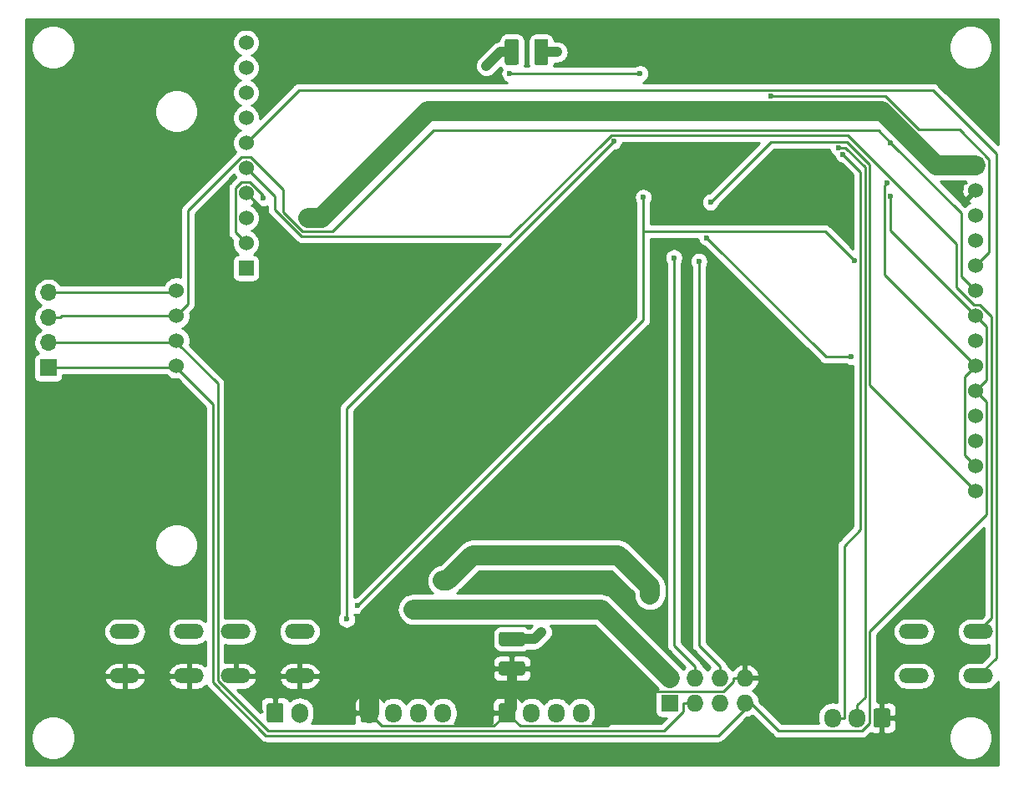
<source format=gbr>
G04 #@! TF.GenerationSoftware,KiCad,Pcbnew,5.1.7-a382d34a8~87~ubuntu18.04.1*
G04 #@! TF.CreationDate,2020-12-04T06:12:41+00:00*
G04 #@! TF.ProjectId,display,64697370-6c61-4792-9e6b-696361645f70,1.0*
G04 #@! TF.SameCoordinates,Original*
G04 #@! TF.FileFunction,Copper,L2,Bot*
G04 #@! TF.FilePolarity,Positive*
%FSLAX46Y46*%
G04 Gerber Fmt 4.6, Leading zero omitted, Abs format (unit mm)*
G04 Created by KiCad (PCBNEW 5.1.7-a382d34a8~87~ubuntu18.04.1) date 2020-12-04 06:12:41*
%MOMM*%
%LPD*%
G01*
G04 APERTURE LIST*
G04 #@! TA.AperFunction,ComponentPad*
%ADD10R,1.524000X1.524000*%
G04 #@! TD*
G04 #@! TA.AperFunction,ComponentPad*
%ADD11C,1.524000*%
G04 #@! TD*
G04 #@! TA.AperFunction,ComponentPad*
%ADD12R,1.700000X1.700000*%
G04 #@! TD*
G04 #@! TA.AperFunction,ComponentPad*
%ADD13O,1.700000X1.700000*%
G04 #@! TD*
G04 #@! TA.AperFunction,ComponentPad*
%ADD14O,1.700000X2.000000*%
G04 #@! TD*
G04 #@! TA.AperFunction,ComponentPad*
%ADD15R,1.727200X1.727200*%
G04 #@! TD*
G04 #@! TA.AperFunction,ComponentPad*
%ADD16O,1.727200X1.727200*%
G04 #@! TD*
G04 #@! TA.AperFunction,ComponentPad*
%ADD17O,1.700000X1.950000*%
G04 #@! TD*
G04 #@! TA.AperFunction,ComponentPad*
%ADD18O,3.014980X1.506220*%
G04 #@! TD*
G04 #@! TA.AperFunction,ViaPad*
%ADD19C,0.600000*%
G04 #@! TD*
G04 #@! TA.AperFunction,Conductor*
%ADD20C,0.250000*%
G04 #@! TD*
G04 #@! TA.AperFunction,Conductor*
%ADD21C,2.000000*%
G04 #@! TD*
G04 #@! TA.AperFunction,Conductor*
%ADD22C,1.000000*%
G04 #@! TD*
G04 #@! TA.AperFunction,Conductor*
%ADD23C,0.254000*%
G04 #@! TD*
G04 #@! TA.AperFunction,Conductor*
%ADD24C,0.100000*%
G04 #@! TD*
G04 APERTURE END LIST*
G04 #@! TA.AperFunction,SMDPad,CuDef*
G36*
G01*
X150075000Y-128225000D02*
X147925000Y-128225000D01*
G75*
G02*
X147675000Y-127975000I0J250000D01*
G01*
X147675000Y-127050000D01*
G75*
G02*
X147925000Y-126800000I250000J0D01*
G01*
X150075000Y-126800000D01*
G75*
G02*
X150325000Y-127050000I0J-250000D01*
G01*
X150325000Y-127975000D01*
G75*
G02*
X150075000Y-128225000I-250000J0D01*
G01*
G37*
G04 #@! TD.AperFunction*
G04 #@! TA.AperFunction,SMDPad,CuDef*
G36*
G01*
X150075000Y-131200000D02*
X147925000Y-131200000D01*
G75*
G02*
X147675000Y-130950000I0J250000D01*
G01*
X147675000Y-130025000D01*
G75*
G02*
X147925000Y-129775000I250000J0D01*
G01*
X150075000Y-129775000D01*
G75*
G02*
X150325000Y-130025000I0J-250000D01*
G01*
X150325000Y-130950000D01*
G75*
G02*
X150075000Y-131200000I-250000J0D01*
G01*
G37*
G04 #@! TD.AperFunction*
G04 #@! TA.AperFunction,SMDPad,CuDef*
G36*
G01*
X148288000Y-69075000D02*
X148288000Y-66925000D01*
G75*
G02*
X148538000Y-66675000I250000J0D01*
G01*
X149463000Y-66675000D01*
G75*
G02*
X149713000Y-66925000I0J-250000D01*
G01*
X149713000Y-69075000D01*
G75*
G02*
X149463000Y-69325000I-250000J0D01*
G01*
X148538000Y-69325000D01*
G75*
G02*
X148288000Y-69075000I0J250000D01*
G01*
G37*
G04 #@! TD.AperFunction*
G04 #@! TA.AperFunction,SMDPad,CuDef*
G36*
G01*
X151263000Y-69075000D02*
X151263000Y-66925000D01*
G75*
G02*
X151513000Y-66675000I250000J0D01*
G01*
X152438000Y-66675000D01*
G75*
G02*
X152688000Y-66925000I0J-250000D01*
G01*
X152688000Y-69075000D01*
G75*
G02*
X152438000Y-69325000I-250000J0D01*
G01*
X151513000Y-69325000D01*
G75*
G02*
X151263000Y-69075000I0J250000D01*
G01*
G37*
G04 #@! TD.AperFunction*
D10*
X196000000Y-79490000D03*
D11*
X196000000Y-82030000D03*
X196000000Y-84570000D03*
X196000000Y-87110000D03*
X196000000Y-89650000D03*
X196000000Y-92190000D03*
X196000000Y-94730000D03*
X196000000Y-97270000D03*
X196000000Y-99810000D03*
X196000000Y-102350000D03*
X196000000Y-104890000D03*
X196000000Y-107430000D03*
X196000000Y-109970000D03*
X196000000Y-112510000D03*
X115000000Y-92190000D03*
X115000000Y-94730000D03*
X115000000Y-97270000D03*
X115000000Y-99810000D03*
D12*
X102000000Y-100000000D03*
D13*
X102000000Y-97460000D03*
X102000000Y-94920000D03*
X102000000Y-92380000D03*
G04 #@! TA.AperFunction,ComponentPad*
G36*
G01*
X124150000Y-135750000D02*
X124150000Y-134250000D01*
G75*
G02*
X124400000Y-134000000I250000J0D01*
G01*
X125600000Y-134000000D01*
G75*
G02*
X125850000Y-134250000I0J-250000D01*
G01*
X125850000Y-135750000D01*
G75*
G02*
X125600000Y-136000000I-250000J0D01*
G01*
X124400000Y-136000000D01*
G75*
G02*
X124150000Y-135750000I0J250000D01*
G01*
G37*
G04 #@! TD.AperFunction*
D14*
X127500000Y-135000000D03*
D15*
X165000000Y-134000000D03*
D16*
X165000000Y-131460000D03*
X167540000Y-134000000D03*
X167540000Y-131460000D03*
X170080000Y-134000000D03*
X170080000Y-131460000D03*
X172620000Y-134000000D03*
X172620000Y-131460000D03*
G04 #@! TA.AperFunction,ComponentPad*
G36*
G01*
X187350000Y-134775000D02*
X187350000Y-136225000D01*
G75*
G02*
X187100000Y-136475000I-250000J0D01*
G01*
X185900000Y-136475000D01*
G75*
G02*
X185650000Y-136225000I0J250000D01*
G01*
X185650000Y-134775000D01*
G75*
G02*
X185900000Y-134525000I250000J0D01*
G01*
X187100000Y-134525000D01*
G75*
G02*
X187350000Y-134775000I0J-250000D01*
G01*
G37*
G04 #@! TD.AperFunction*
D17*
X184000000Y-135500000D03*
X181500000Y-135500000D03*
G04 #@! TA.AperFunction,ComponentPad*
G36*
G01*
X147650000Y-135725000D02*
X147650000Y-134275000D01*
G75*
G02*
X147900000Y-134025000I250000J0D01*
G01*
X149100000Y-134025000D01*
G75*
G02*
X149350000Y-134275000I0J-250000D01*
G01*
X149350000Y-135725000D01*
G75*
G02*
X149100000Y-135975000I-250000J0D01*
G01*
X147900000Y-135975000D01*
G75*
G02*
X147650000Y-135725000I0J250000D01*
G01*
G37*
G04 #@! TD.AperFunction*
X151000000Y-135000000D03*
X153500000Y-135000000D03*
X156000000Y-135000000D03*
X142000000Y-135000000D03*
X139500000Y-135000000D03*
X137000000Y-135000000D03*
G04 #@! TA.AperFunction,ComponentPad*
G36*
G01*
X133650000Y-135725000D02*
X133650000Y-134275000D01*
G75*
G02*
X133900000Y-134025000I250000J0D01*
G01*
X135100000Y-134025000D01*
G75*
G02*
X135350000Y-134275000I0J-250000D01*
G01*
X135350000Y-135725000D01*
G75*
G02*
X135100000Y-135975000I-250000J0D01*
G01*
X133900000Y-135975000D01*
G75*
G02*
X133650000Y-135725000I0J250000D01*
G01*
G37*
G04 #@! TD.AperFunction*
D10*
X122048000Y-89908000D03*
D11*
X122048000Y-87368000D03*
X122048000Y-84828000D03*
X122048000Y-82288000D03*
X122048000Y-79748000D03*
X122048000Y-77208000D03*
X122048000Y-74668000D03*
X122048000Y-72128000D03*
X122048000Y-69588000D03*
X122048000Y-67048000D03*
D18*
X109751340Y-131247900D03*
X116248660Y-131247900D03*
X109751340Y-126752100D03*
X116248660Y-126752100D03*
X127497660Y-126752100D03*
X121000340Y-126752100D03*
X127497660Y-131247900D03*
X121000340Y-131247900D03*
X189751340Y-131247900D03*
X196248660Y-131247900D03*
X189751340Y-126752100D03*
X196248660Y-126752100D03*
D19*
X126124000Y-98045100D03*
X124883500Y-111300000D03*
X153233502Y-106500000D03*
X148233502Y-101500000D03*
X139000000Y-124500000D03*
X162000000Y-74000000D03*
X128328000Y-84828000D03*
X163000000Y-123000000D03*
X159800000Y-119000000D03*
X142000000Y-121600000D03*
X152000000Y-126800000D03*
X146400000Y-69400000D03*
X153600000Y-68000000D03*
X175289900Y-72494700D03*
X187404800Y-77187400D03*
X187379600Y-82649600D03*
X187025900Y-81261900D03*
X183396800Y-98895800D03*
X168760900Y-86829000D03*
X169137900Y-83207400D03*
X165424700Y-88847600D03*
X123821200Y-82804500D03*
X167954300Y-89214300D03*
X182091300Y-77719000D03*
X182573300Y-78368900D03*
X132250000Y-125505300D03*
X159315600Y-77031800D03*
X133382300Y-124131200D03*
X183712400Y-89149300D03*
X162318600Y-82722500D03*
X148800000Y-70200000D03*
X162000000Y-70200000D03*
D20*
X122048000Y-82288000D02*
X126124000Y-86364000D01*
X126124000Y-86364000D02*
X126124000Y-98045100D01*
X124883500Y-111300000D02*
X126124000Y-110059500D01*
X126124000Y-110059500D02*
X126124000Y-98045100D01*
X124725200Y-130308200D02*
X124725200Y-111458300D01*
X124725200Y-111458300D02*
X124883500Y-111300000D01*
X148500000Y-135000000D02*
X149825400Y-136325400D01*
X149825400Y-136325400D02*
X158675200Y-136325400D01*
X158675200Y-136325400D02*
X162189600Y-132811000D01*
X162189600Y-132811000D02*
X170451600Y-132811000D01*
X170451600Y-132811000D02*
X171431100Y-131831500D01*
X171431100Y-131831500D02*
X171431100Y-131460000D01*
X172620000Y-131460000D02*
X171431100Y-131460000D01*
X134500000Y-135000000D02*
X135809200Y-136309200D01*
X135809200Y-136309200D02*
X147190800Y-136309200D01*
X147190800Y-136309200D02*
X148500000Y-135000000D01*
X124725200Y-130308200D02*
X125664900Y-131247900D01*
X122833100Y-131247900D02*
X123772800Y-130308200D01*
X123772800Y-130308200D02*
X124725200Y-130308200D01*
X125664900Y-131247900D02*
X125000000Y-131912800D01*
X125000000Y-131912800D02*
X125000000Y-135000000D01*
X121000300Y-131247900D02*
X122833100Y-131247900D01*
X127497700Y-131247900D02*
X125664900Y-131247900D01*
D21*
X134500000Y-125233502D02*
X153233502Y-106500000D01*
X134500000Y-135000000D02*
X134500000Y-125233502D01*
X148233502Y-101500000D02*
X150733502Y-99000000D01*
D22*
X149000000Y-134500000D02*
X148500000Y-135000000D01*
X149000000Y-130487500D02*
X149000000Y-134500000D01*
D21*
X165000000Y-131460000D02*
X158040000Y-124500000D01*
X158040000Y-124500000D02*
X139000000Y-124500000D01*
X162000000Y-74000000D02*
X186500000Y-74000000D01*
X186500000Y-74000000D02*
X191990000Y-79490000D01*
X191990000Y-79490000D02*
X196000000Y-79490000D01*
X159000000Y-74000000D02*
X162000000Y-74000000D01*
X128328000Y-84828000D02*
X129672000Y-84828000D01*
X129672000Y-84828000D02*
X140500000Y-74000000D01*
X140500000Y-74000000D02*
X159000000Y-74000000D01*
X159000000Y-74000000D02*
X162000000Y-74000000D01*
X163000000Y-123000000D02*
X163000000Y-122200000D01*
X163000000Y-122200000D02*
X159800000Y-119000000D01*
X159800000Y-119000000D02*
X145000000Y-119000000D01*
X142400000Y-121600000D02*
X142000000Y-121600000D01*
X145000000Y-119000000D02*
X142400000Y-121600000D01*
D22*
X149000000Y-127512500D02*
X151287500Y-127512500D01*
X151287500Y-127512500D02*
X152000000Y-126800000D01*
X149000500Y-68000000D02*
X147800000Y-68000000D01*
X147800000Y-68000000D02*
X146400000Y-69400000D01*
X153600000Y-68000000D02*
X151975500Y-68000000D01*
D20*
X196000000Y-89650000D02*
X197359100Y-88290900D01*
X197359100Y-88290900D02*
X197359100Y-78857700D01*
X197359100Y-78857700D02*
X194381300Y-75879900D01*
X194381300Y-75879900D02*
X190254300Y-75879900D01*
X190254300Y-75879900D02*
X186869100Y-72494700D01*
X186869100Y-72494700D02*
X175289900Y-72494700D01*
X187404800Y-77187400D02*
X186173600Y-75956200D01*
X186173600Y-75956200D02*
X141014200Y-75956200D01*
X141014200Y-75956200D02*
X130788400Y-86182000D01*
X130788400Y-86182000D02*
X127797900Y-86182000D01*
X127797900Y-86182000D02*
X125844600Y-84228700D01*
X125844600Y-84228700D02*
X125844600Y-81978000D01*
X125844600Y-81978000D02*
X122523700Y-78657100D01*
X122523700Y-78657100D02*
X121564400Y-78657100D01*
X121564400Y-78657100D02*
X116174600Y-84046900D01*
X116174600Y-84046900D02*
X116174600Y-93555400D01*
X116174600Y-93555400D02*
X115000000Y-94730000D01*
X196000000Y-92190000D02*
X194547400Y-90737400D01*
X194547400Y-90737400D02*
X194547400Y-84330000D01*
X194547400Y-84330000D02*
X187404800Y-77187400D01*
X103175300Y-94920000D02*
X103365300Y-94730000D01*
X103365300Y-94730000D02*
X115000000Y-94730000D01*
X102000000Y-94920000D02*
X103175300Y-94920000D01*
X196000000Y-94730000D02*
X187379600Y-86109600D01*
X187379600Y-86109600D02*
X187379600Y-82649600D01*
X173214500Y-134000000D02*
X169927800Y-137286700D01*
X169927800Y-137286700D02*
X124075600Y-137286700D01*
X124075600Y-137286700D02*
X118717100Y-131928200D01*
X118717100Y-131928200D02*
X118717100Y-103717100D01*
X118717100Y-103717100D02*
X115000000Y-100000000D01*
X173214500Y-134000000D02*
X176046800Y-136832300D01*
X176046800Y-136832300D02*
X184468400Y-136832300D01*
X184468400Y-136832300D02*
X185249500Y-136051200D01*
X185249500Y-136051200D02*
X185249500Y-126744600D01*
X185249500Y-126744600D02*
X197134200Y-114859900D01*
X197134200Y-114859900D02*
X197134200Y-103484200D01*
X197134200Y-103484200D02*
X196000000Y-102350000D01*
X115000000Y-100000000D02*
X115000000Y-99810000D01*
X103175300Y-100000000D02*
X115000000Y-100000000D01*
X172620000Y-134000000D02*
X173214500Y-134000000D01*
X196000000Y-94730000D02*
X197087400Y-95817400D01*
X197087400Y-95817400D02*
X197087400Y-101262600D01*
X197087400Y-101262600D02*
X196000000Y-102350000D01*
X102000000Y-100000000D02*
X103175300Y-100000000D01*
X196000000Y-99810000D02*
X186754200Y-90564200D01*
X186754200Y-90564200D02*
X186754200Y-81533600D01*
X186754200Y-81533600D02*
X187025900Y-81261900D01*
X196000000Y-99810000D02*
X194910500Y-100899500D01*
X194910500Y-100899500D02*
X194910500Y-108880500D01*
X194910500Y-108880500D02*
X196000000Y-109970000D01*
X166351100Y-134000000D02*
X166351100Y-134891700D01*
X166351100Y-134891700D02*
X164413500Y-136829300D01*
X164413500Y-136829300D02*
X124301000Y-136829300D01*
X124301000Y-136829300D02*
X119167500Y-131695800D01*
X119167500Y-131695800D02*
X119167500Y-101627500D01*
X119167500Y-101627500D02*
X115000000Y-97460000D01*
X115000000Y-97460000D02*
X115000000Y-97270000D01*
X115000000Y-97460000D02*
X103175300Y-97460000D01*
X102000000Y-97460000D02*
X103175300Y-97460000D01*
X167540000Y-134000000D02*
X166351100Y-134000000D01*
X168760900Y-86829000D02*
X180827700Y-98895800D01*
X180827700Y-98895800D02*
X183396800Y-98895800D01*
X196000000Y-112510000D02*
X185243900Y-101753900D01*
X185243900Y-101753900D02*
X185243900Y-79405400D01*
X185243900Y-79405400D02*
X182932200Y-77093700D01*
X182932200Y-77093700D02*
X175251600Y-77093700D01*
X175251600Y-77093700D02*
X169137900Y-83207400D01*
X167540000Y-131460000D02*
X167540000Y-130271100D01*
X167540000Y-130271100D02*
X165424700Y-128155800D01*
X165424700Y-128155800D02*
X165424700Y-88847600D01*
X102000000Y-92380000D02*
X114810000Y-92380000D01*
X114810000Y-92380000D02*
X115000000Y-92190000D01*
X122048000Y-87368000D02*
X120960600Y-86280600D01*
X120960600Y-86280600D02*
X120960600Y-81814400D01*
X120960600Y-81814400D02*
X121617600Y-81157400D01*
X121617600Y-81157400D02*
X122455300Y-81157400D01*
X122455300Y-81157400D02*
X123821200Y-82523300D01*
X123821200Y-82523300D02*
X123821200Y-82804500D01*
X170080000Y-130271100D02*
X167954300Y-128145400D01*
X167954300Y-128145400D02*
X167954300Y-89214300D01*
X170080000Y-131460000D02*
X170080000Y-130271100D01*
X182091300Y-77719000D02*
X182829000Y-77719000D01*
X182829000Y-77719000D02*
X184788000Y-79678000D01*
X184788000Y-79678000D02*
X184788000Y-133411700D01*
X184788000Y-133411700D02*
X184000000Y-134199700D01*
X184000000Y-135500000D02*
X184000000Y-134199700D01*
X182573300Y-78368900D02*
X184337700Y-80133300D01*
X184337700Y-80133300D02*
X184337700Y-116398000D01*
X184337700Y-116398000D02*
X182675300Y-118060400D01*
X182675300Y-118060400D02*
X182675300Y-135500000D01*
X181500000Y-135500000D02*
X182675300Y-135500000D01*
X196248700Y-126752100D02*
X197584600Y-125416200D01*
X197584600Y-125416200D02*
X197584600Y-94776700D01*
X197584600Y-94776700D02*
X196427200Y-93619300D01*
X196427200Y-93619300D02*
X195842800Y-93619300D01*
X195842800Y-93619300D02*
X194097000Y-91873500D01*
X194097000Y-91873500D02*
X194097000Y-87413600D01*
X194097000Y-87413600D02*
X183089900Y-76406500D01*
X183089900Y-76406500D02*
X159056600Y-76406500D01*
X159056600Y-76406500D02*
X148786300Y-86676800D01*
X148786300Y-86676800D02*
X127655800Y-86676800D01*
X127655800Y-86676800D02*
X124943900Y-83964900D01*
X124943900Y-83964900D02*
X124943900Y-82643900D01*
X124943900Y-82643900D02*
X122048000Y-79748000D01*
X196248700Y-131247900D02*
X198084100Y-129412500D01*
X198084100Y-129412500D02*
X198084100Y-78285000D01*
X198084100Y-78285000D02*
X191649900Y-71850800D01*
X191649900Y-71850800D02*
X127405200Y-71850800D01*
X127405200Y-71850800D02*
X122048000Y-77208000D01*
X159315600Y-77031800D02*
X132250000Y-104097400D01*
X132250000Y-104097400D02*
X132250000Y-125505300D01*
X162318600Y-86203700D02*
X162318600Y-95194900D01*
X162318600Y-95194900D02*
X133382300Y-124131200D01*
X162318600Y-82722500D02*
X162318600Y-86203700D01*
X162318600Y-86203700D02*
X180766800Y-86203700D01*
X180766800Y-86203700D02*
X183712400Y-89149300D01*
X148800000Y-70200000D02*
X162000000Y-70200000D01*
D23*
X198290000Y-77416098D02*
X192213704Y-71339803D01*
X192189901Y-71310799D01*
X192074176Y-71215826D01*
X191942147Y-71145254D01*
X191798886Y-71101797D01*
X191687233Y-71090800D01*
X191687222Y-71090800D01*
X191649900Y-71087124D01*
X191612578Y-71090800D01*
X162292690Y-71090800D01*
X162442889Y-71028586D01*
X162596028Y-70926262D01*
X162726262Y-70796028D01*
X162828586Y-70642889D01*
X162899068Y-70472729D01*
X162935000Y-70292089D01*
X162935000Y-70107911D01*
X162899068Y-69927271D01*
X162828586Y-69757111D01*
X162726262Y-69603972D01*
X162596028Y-69473738D01*
X162442889Y-69371414D01*
X162272729Y-69300932D01*
X162092089Y-69265000D01*
X161907911Y-69265000D01*
X161727271Y-69300932D01*
X161557111Y-69371414D01*
X161454465Y-69440000D01*
X153245029Y-69440000D01*
X153258472Y-69414850D01*
X153309008Y-69248254D01*
X153320163Y-69135000D01*
X153655752Y-69135000D01*
X153822499Y-69118577D01*
X154036447Y-69053676D01*
X154233623Y-68948284D01*
X154406449Y-68806449D01*
X154548284Y-68633623D01*
X154653676Y-68436447D01*
X154718577Y-68222499D01*
X154740491Y-68000000D01*
X154718577Y-67777501D01*
X154653676Y-67563553D01*
X154548284Y-67366377D01*
X154477291Y-67279872D01*
X193265000Y-67279872D01*
X193265000Y-67720128D01*
X193350890Y-68151925D01*
X193519369Y-68558669D01*
X193763962Y-68924729D01*
X194075271Y-69236038D01*
X194441331Y-69480631D01*
X194848075Y-69649110D01*
X195279872Y-69735000D01*
X195720128Y-69735000D01*
X196151925Y-69649110D01*
X196558669Y-69480631D01*
X196924729Y-69236038D01*
X197236038Y-68924729D01*
X197480631Y-68558669D01*
X197649110Y-68151925D01*
X197735000Y-67720128D01*
X197735000Y-67279872D01*
X197649110Y-66848075D01*
X197480631Y-66441331D01*
X197236038Y-66075271D01*
X196924729Y-65763962D01*
X196558669Y-65519369D01*
X196151925Y-65350890D01*
X195720128Y-65265000D01*
X195279872Y-65265000D01*
X194848075Y-65350890D01*
X194441331Y-65519369D01*
X194075271Y-65763962D01*
X193763962Y-66075271D01*
X193519369Y-66441331D01*
X193350890Y-66848075D01*
X193265000Y-67279872D01*
X154477291Y-67279872D01*
X154406449Y-67193551D01*
X154233623Y-67051716D01*
X154036447Y-66946324D01*
X153822499Y-66881423D01*
X153655752Y-66865000D01*
X153320163Y-66865000D01*
X153309008Y-66751746D01*
X153258472Y-66585150D01*
X153176405Y-66431614D01*
X153065962Y-66297038D01*
X152931386Y-66186595D01*
X152777850Y-66104528D01*
X152611254Y-66053992D01*
X152438000Y-66036928D01*
X151513000Y-66036928D01*
X151339746Y-66053992D01*
X151173150Y-66104528D01*
X151019614Y-66186595D01*
X150885038Y-66297038D01*
X150774595Y-66431614D01*
X150692528Y-66585150D01*
X150641992Y-66751746D01*
X150624928Y-66925000D01*
X150624928Y-69075000D01*
X150641992Y-69248254D01*
X150692528Y-69414850D01*
X150705971Y-69440000D01*
X150270029Y-69440000D01*
X150283472Y-69414850D01*
X150334008Y-69248254D01*
X150351072Y-69075000D01*
X150351072Y-66925000D01*
X150334008Y-66751746D01*
X150283472Y-66585150D01*
X150201405Y-66431614D01*
X150090962Y-66297038D01*
X149956386Y-66186595D01*
X149802850Y-66104528D01*
X149636254Y-66053992D01*
X149463000Y-66036928D01*
X148538000Y-66036928D01*
X148364746Y-66053992D01*
X148198150Y-66104528D01*
X148044614Y-66186595D01*
X147910038Y-66297038D01*
X147799595Y-66431614D01*
X147717528Y-66585150D01*
X147666992Y-66751746D01*
X147654971Y-66873793D01*
X147577501Y-66881423D01*
X147363553Y-66946324D01*
X147166377Y-67051716D01*
X146993551Y-67193551D01*
X146958008Y-67236860D01*
X145558012Y-68636857D01*
X145451717Y-68766378D01*
X145346324Y-68963554D01*
X145281423Y-69177502D01*
X145259509Y-69400000D01*
X145281423Y-69622498D01*
X145346324Y-69836446D01*
X145451717Y-70033622D01*
X145593552Y-70206448D01*
X145766378Y-70348283D01*
X145963554Y-70453676D01*
X146177502Y-70518577D01*
X146400000Y-70540491D01*
X146622498Y-70518577D01*
X146836446Y-70453676D01*
X147033622Y-70348283D01*
X147163143Y-70241988D01*
X147816341Y-69588791D01*
X147910038Y-69702962D01*
X147973045Y-69754670D01*
X147971414Y-69757111D01*
X147900932Y-69927271D01*
X147865000Y-70107911D01*
X147865000Y-70292089D01*
X147900932Y-70472729D01*
X147971414Y-70642889D01*
X148073738Y-70796028D01*
X148203972Y-70926262D01*
X148357111Y-71028586D01*
X148507310Y-71090800D01*
X127442523Y-71090800D01*
X127405200Y-71087124D01*
X127367877Y-71090800D01*
X127367867Y-71090800D01*
X127256214Y-71101797D01*
X127112953Y-71145254D01*
X126980923Y-71215826D01*
X126897283Y-71284468D01*
X126865199Y-71310799D01*
X126841401Y-71339797D01*
X123445000Y-74736199D01*
X123445000Y-74530408D01*
X123391314Y-74260510D01*
X123286005Y-74006273D01*
X123133120Y-73777465D01*
X122938535Y-73582880D01*
X122709727Y-73429995D01*
X122632485Y-73398000D01*
X122709727Y-73366005D01*
X122938535Y-73213120D01*
X123133120Y-73018535D01*
X123286005Y-72789727D01*
X123391314Y-72535490D01*
X123445000Y-72265592D01*
X123445000Y-71990408D01*
X123391314Y-71720510D01*
X123286005Y-71466273D01*
X123133120Y-71237465D01*
X122938535Y-71042880D01*
X122709727Y-70889995D01*
X122632485Y-70858000D01*
X122709727Y-70826005D01*
X122938535Y-70673120D01*
X123133120Y-70478535D01*
X123286005Y-70249727D01*
X123391314Y-69995490D01*
X123445000Y-69725592D01*
X123445000Y-69450408D01*
X123391314Y-69180510D01*
X123286005Y-68926273D01*
X123133120Y-68697465D01*
X122938535Y-68502880D01*
X122709727Y-68349995D01*
X122632485Y-68318000D01*
X122709727Y-68286005D01*
X122938535Y-68133120D01*
X123133120Y-67938535D01*
X123286005Y-67709727D01*
X123391314Y-67455490D01*
X123445000Y-67185592D01*
X123445000Y-66910408D01*
X123391314Y-66640510D01*
X123286005Y-66386273D01*
X123133120Y-66157465D01*
X122938535Y-65962880D01*
X122709727Y-65809995D01*
X122455490Y-65704686D01*
X122185592Y-65651000D01*
X121910408Y-65651000D01*
X121640510Y-65704686D01*
X121386273Y-65809995D01*
X121157465Y-65962880D01*
X120962880Y-66157465D01*
X120809995Y-66386273D01*
X120704686Y-66640510D01*
X120651000Y-66910408D01*
X120651000Y-67185592D01*
X120704686Y-67455490D01*
X120809995Y-67709727D01*
X120962880Y-67938535D01*
X121157465Y-68133120D01*
X121386273Y-68286005D01*
X121463515Y-68318000D01*
X121386273Y-68349995D01*
X121157465Y-68502880D01*
X120962880Y-68697465D01*
X120809995Y-68926273D01*
X120704686Y-69180510D01*
X120651000Y-69450408D01*
X120651000Y-69725592D01*
X120704686Y-69995490D01*
X120809995Y-70249727D01*
X120962880Y-70478535D01*
X121157465Y-70673120D01*
X121386273Y-70826005D01*
X121463515Y-70858000D01*
X121386273Y-70889995D01*
X121157465Y-71042880D01*
X120962880Y-71237465D01*
X120809995Y-71466273D01*
X120704686Y-71720510D01*
X120651000Y-71990408D01*
X120651000Y-72265592D01*
X120704686Y-72535490D01*
X120809995Y-72789727D01*
X120962880Y-73018535D01*
X121157465Y-73213120D01*
X121386273Y-73366005D01*
X121463515Y-73398000D01*
X121386273Y-73429995D01*
X121157465Y-73582880D01*
X120962880Y-73777465D01*
X120809995Y-74006273D01*
X120704686Y-74260510D01*
X120651000Y-74530408D01*
X120651000Y-74805592D01*
X120704686Y-75075490D01*
X120809995Y-75329727D01*
X120962880Y-75558535D01*
X121157465Y-75753120D01*
X121386273Y-75906005D01*
X121463515Y-75938000D01*
X121386273Y-75969995D01*
X121157465Y-76122880D01*
X120962880Y-76317465D01*
X120809995Y-76546273D01*
X120704686Y-76800510D01*
X120651000Y-77070408D01*
X120651000Y-77345592D01*
X120704686Y-77615490D01*
X120809995Y-77869727D01*
X120962880Y-78098535D01*
X121005037Y-78140692D01*
X121000601Y-78146097D01*
X115663603Y-83483096D01*
X115634599Y-83506899D01*
X115584310Y-83568177D01*
X115539626Y-83622624D01*
X115510549Y-83677023D01*
X115469054Y-83754654D01*
X115425597Y-83897915D01*
X115414600Y-84009568D01*
X115414600Y-84009578D01*
X115410924Y-84046900D01*
X115414600Y-84084222D01*
X115414601Y-90849631D01*
X115407490Y-90846686D01*
X115137592Y-90793000D01*
X114862408Y-90793000D01*
X114592510Y-90846686D01*
X114338273Y-90951995D01*
X114109465Y-91104880D01*
X113914880Y-91299465D01*
X113761995Y-91528273D01*
X113724000Y-91620000D01*
X103278178Y-91620000D01*
X103153475Y-91433368D01*
X102946632Y-91226525D01*
X102703411Y-91064010D01*
X102433158Y-90952068D01*
X102146260Y-90895000D01*
X101853740Y-90895000D01*
X101566842Y-90952068D01*
X101296589Y-91064010D01*
X101053368Y-91226525D01*
X100846525Y-91433368D01*
X100684010Y-91676589D01*
X100572068Y-91946842D01*
X100515000Y-92233740D01*
X100515000Y-92526260D01*
X100572068Y-92813158D01*
X100684010Y-93083411D01*
X100846525Y-93326632D01*
X101053368Y-93533475D01*
X101227760Y-93650000D01*
X101053368Y-93766525D01*
X100846525Y-93973368D01*
X100684010Y-94216589D01*
X100572068Y-94486842D01*
X100515000Y-94773740D01*
X100515000Y-95066260D01*
X100572068Y-95353158D01*
X100684010Y-95623411D01*
X100846525Y-95866632D01*
X101053368Y-96073475D01*
X101227760Y-96190000D01*
X101053368Y-96306525D01*
X100846525Y-96513368D01*
X100684010Y-96756589D01*
X100572068Y-97026842D01*
X100515000Y-97313740D01*
X100515000Y-97606260D01*
X100572068Y-97893158D01*
X100684010Y-98163411D01*
X100846525Y-98406632D01*
X100978380Y-98538487D01*
X100905820Y-98560498D01*
X100795506Y-98619463D01*
X100698815Y-98698815D01*
X100619463Y-98795506D01*
X100560498Y-98905820D01*
X100524188Y-99025518D01*
X100511928Y-99150000D01*
X100511928Y-100850000D01*
X100524188Y-100974482D01*
X100560498Y-101094180D01*
X100619463Y-101204494D01*
X100698815Y-101301185D01*
X100795506Y-101380537D01*
X100905820Y-101439502D01*
X101025518Y-101475812D01*
X101150000Y-101488072D01*
X102850000Y-101488072D01*
X102974482Y-101475812D01*
X103094180Y-101439502D01*
X103204494Y-101380537D01*
X103301185Y-101301185D01*
X103380537Y-101204494D01*
X103439502Y-101094180D01*
X103475812Y-100974482D01*
X103488072Y-100850000D01*
X103488072Y-100760000D01*
X113974345Y-100760000D01*
X114109465Y-100895120D01*
X114338273Y-101048005D01*
X114592510Y-101153314D01*
X114862408Y-101207000D01*
X115132199Y-101207000D01*
X117957101Y-104031903D01*
X117957100Y-125739358D01*
X117777964Y-125592345D01*
X117536817Y-125463449D01*
X117275157Y-125384075D01*
X117071229Y-125363990D01*
X115426091Y-125363990D01*
X115222163Y-125384075D01*
X114960503Y-125463449D01*
X114719356Y-125592345D01*
X114507989Y-125765809D01*
X114334525Y-125977176D01*
X114205629Y-126218323D01*
X114126255Y-126479983D01*
X114099454Y-126752100D01*
X114126255Y-127024217D01*
X114205629Y-127285877D01*
X114334525Y-127527024D01*
X114507989Y-127738391D01*
X114719356Y-127911855D01*
X114960503Y-128040751D01*
X115222163Y-128120125D01*
X115426091Y-128140210D01*
X117071229Y-128140210D01*
X117275157Y-128120125D01*
X117536817Y-128040751D01*
X117777964Y-127911855D01*
X117957100Y-127764842D01*
X117957100Y-130240493D01*
X117879830Y-130164287D01*
X117651580Y-130014055D01*
X117398407Y-129911239D01*
X117130040Y-129859790D01*
X116375660Y-129859790D01*
X116375660Y-131120900D01*
X116395660Y-131120900D01*
X116395660Y-131374900D01*
X116375660Y-131374900D01*
X116375660Y-132636010D01*
X117130040Y-132636010D01*
X117398407Y-132584561D01*
X117651580Y-132481745D01*
X117879830Y-132331513D01*
X118007155Y-132205942D01*
X118011554Y-132220446D01*
X118082126Y-132352476D01*
X118121971Y-132401026D01*
X118177099Y-132468201D01*
X118206103Y-132492004D01*
X123511805Y-137797708D01*
X123535599Y-137826701D01*
X123564592Y-137850495D01*
X123564596Y-137850499D01*
X123635285Y-137908511D01*
X123651324Y-137921674D01*
X123783353Y-137992246D01*
X123926614Y-138035703D01*
X124038267Y-138046700D01*
X124038276Y-138046700D01*
X124075599Y-138050376D01*
X124112922Y-138046700D01*
X169890478Y-138046700D01*
X169927800Y-138050376D01*
X169965122Y-138046700D01*
X169965133Y-138046700D01*
X170076786Y-138035703D01*
X170220047Y-137992246D01*
X170352076Y-137921674D01*
X170467801Y-137826701D01*
X170491604Y-137797697D01*
X172796438Y-135492864D01*
X173057125Y-135441010D01*
X173329853Y-135328042D01*
X173412511Y-135272812D01*
X175483001Y-137343303D01*
X175506799Y-137372301D01*
X175535797Y-137396099D01*
X175622523Y-137467274D01*
X175748939Y-137534845D01*
X175754553Y-137537846D01*
X175897814Y-137581303D01*
X176009467Y-137592300D01*
X176009476Y-137592300D01*
X176046799Y-137595976D01*
X176084122Y-137592300D01*
X184431078Y-137592300D01*
X184468400Y-137595976D01*
X184505722Y-137592300D01*
X184505733Y-137592300D01*
X184617386Y-137581303D01*
X184760647Y-137537846D01*
X184892676Y-137467274D01*
X185008401Y-137372301D01*
X185032203Y-137343298D01*
X185095629Y-137279872D01*
X193265000Y-137279872D01*
X193265000Y-137720128D01*
X193350890Y-138151925D01*
X193519369Y-138558669D01*
X193763962Y-138924729D01*
X194075271Y-139236038D01*
X194441331Y-139480631D01*
X194848075Y-139649110D01*
X195279872Y-139735000D01*
X195720128Y-139735000D01*
X196151925Y-139649110D01*
X196558669Y-139480631D01*
X196924729Y-139236038D01*
X197236038Y-138924729D01*
X197480631Y-138558669D01*
X197649110Y-138151925D01*
X197735000Y-137720128D01*
X197735000Y-137279872D01*
X197649110Y-136848075D01*
X197480631Y-136441331D01*
X197236038Y-136075271D01*
X196924729Y-135763962D01*
X196558669Y-135519369D01*
X196151925Y-135350890D01*
X195720128Y-135265000D01*
X195279872Y-135265000D01*
X194848075Y-135350890D01*
X194441331Y-135519369D01*
X194075271Y-135763962D01*
X193763962Y-136075271D01*
X193519369Y-136441331D01*
X193350890Y-136848075D01*
X193265000Y-137279872D01*
X185095629Y-137279872D01*
X185344028Y-137031473D01*
X185405820Y-137064502D01*
X185525518Y-137100812D01*
X185650000Y-137113072D01*
X186214250Y-137110000D01*
X186373000Y-136951250D01*
X186373000Y-135627000D01*
X186627000Y-135627000D01*
X186627000Y-136951250D01*
X186785750Y-137110000D01*
X187350000Y-137113072D01*
X187474482Y-137100812D01*
X187594180Y-137064502D01*
X187704494Y-137005537D01*
X187801185Y-136926185D01*
X187880537Y-136829494D01*
X187939502Y-136719180D01*
X187975812Y-136599482D01*
X187988072Y-136475000D01*
X187985000Y-135785750D01*
X187826250Y-135627000D01*
X186627000Y-135627000D01*
X186373000Y-135627000D01*
X186353000Y-135627000D01*
X186353000Y-135373000D01*
X186373000Y-135373000D01*
X186373000Y-134048750D01*
X186627000Y-134048750D01*
X186627000Y-135373000D01*
X187826250Y-135373000D01*
X187985000Y-135214250D01*
X187988072Y-134525000D01*
X187975812Y-134400518D01*
X187939502Y-134280820D01*
X187880537Y-134170506D01*
X187801185Y-134073815D01*
X187704494Y-133994463D01*
X187594180Y-133935498D01*
X187474482Y-133899188D01*
X187350000Y-133886928D01*
X186785750Y-133890000D01*
X186627000Y-134048750D01*
X186373000Y-134048750D01*
X186214250Y-133890000D01*
X186009500Y-133888885D01*
X186009500Y-131247900D01*
X187602134Y-131247900D01*
X187628935Y-131520017D01*
X187708309Y-131781677D01*
X187837205Y-132022824D01*
X188010669Y-132234191D01*
X188222036Y-132407655D01*
X188463183Y-132536551D01*
X188724843Y-132615925D01*
X188928771Y-132636010D01*
X190573909Y-132636010D01*
X190777837Y-132615925D01*
X191039497Y-132536551D01*
X191280644Y-132407655D01*
X191492011Y-132234191D01*
X191665475Y-132022824D01*
X191794371Y-131781677D01*
X191873745Y-131520017D01*
X191900546Y-131247900D01*
X191873745Y-130975783D01*
X191794371Y-130714123D01*
X191665475Y-130472976D01*
X191492011Y-130261609D01*
X191280644Y-130088145D01*
X191039497Y-129959249D01*
X190777837Y-129879875D01*
X190573909Y-129859790D01*
X188928771Y-129859790D01*
X188724843Y-129879875D01*
X188463183Y-129959249D01*
X188222036Y-130088145D01*
X188010669Y-130261609D01*
X187837205Y-130472976D01*
X187708309Y-130714123D01*
X187628935Y-130975783D01*
X187602134Y-131247900D01*
X186009500Y-131247900D01*
X186009500Y-127059401D01*
X186316801Y-126752100D01*
X187602134Y-126752100D01*
X187628935Y-127024217D01*
X187708309Y-127285877D01*
X187837205Y-127527024D01*
X188010669Y-127738391D01*
X188222036Y-127911855D01*
X188463183Y-128040751D01*
X188724843Y-128120125D01*
X188928771Y-128140210D01*
X190573909Y-128140210D01*
X190777837Y-128120125D01*
X191039497Y-128040751D01*
X191280644Y-127911855D01*
X191492011Y-127738391D01*
X191665475Y-127527024D01*
X191794371Y-127285877D01*
X191873745Y-127024217D01*
X191900546Y-126752100D01*
X191873745Y-126479983D01*
X191794371Y-126218323D01*
X191665475Y-125977176D01*
X191492011Y-125765809D01*
X191280644Y-125592345D01*
X191039497Y-125463449D01*
X190777837Y-125384075D01*
X190573909Y-125363990D01*
X188928771Y-125363990D01*
X188724843Y-125384075D01*
X188463183Y-125463449D01*
X188222036Y-125592345D01*
X188010669Y-125765809D01*
X187837205Y-125977176D01*
X187708309Y-126218323D01*
X187628935Y-126479983D01*
X187602134Y-126752100D01*
X186316801Y-126752100D01*
X196824600Y-116244302D01*
X196824600Y-125101398D01*
X196562008Y-125363990D01*
X195426091Y-125363990D01*
X195222163Y-125384075D01*
X194960503Y-125463449D01*
X194719356Y-125592345D01*
X194507989Y-125765809D01*
X194334525Y-125977176D01*
X194205629Y-126218323D01*
X194126255Y-126479983D01*
X194099454Y-126752100D01*
X194126255Y-127024217D01*
X194205629Y-127285877D01*
X194334525Y-127527024D01*
X194507989Y-127738391D01*
X194719356Y-127911855D01*
X194960503Y-128040751D01*
X195222163Y-128120125D01*
X195426091Y-128140210D01*
X197071229Y-128140210D01*
X197275157Y-128120125D01*
X197324100Y-128105278D01*
X197324100Y-129097698D01*
X196562009Y-129859790D01*
X195426091Y-129859790D01*
X195222163Y-129879875D01*
X194960503Y-129959249D01*
X194719356Y-130088145D01*
X194507989Y-130261609D01*
X194334525Y-130472976D01*
X194205629Y-130714123D01*
X194126255Y-130975783D01*
X194099454Y-131247900D01*
X194126255Y-131520017D01*
X194205629Y-131781677D01*
X194334525Y-132022824D01*
X194507989Y-132234191D01*
X194719356Y-132407655D01*
X194960503Y-132536551D01*
X195222163Y-132615925D01*
X195426091Y-132636010D01*
X197071229Y-132636010D01*
X197275157Y-132615925D01*
X197536817Y-132536551D01*
X197777964Y-132407655D01*
X197989331Y-132234191D01*
X198162795Y-132022824D01*
X198290001Y-131784839D01*
X198290001Y-140290000D01*
X99710000Y-140290000D01*
X99710000Y-137279872D01*
X100265000Y-137279872D01*
X100265000Y-137720128D01*
X100350890Y-138151925D01*
X100519369Y-138558669D01*
X100763962Y-138924729D01*
X101075271Y-139236038D01*
X101441331Y-139480631D01*
X101848075Y-139649110D01*
X102279872Y-139735000D01*
X102720128Y-139735000D01*
X103151925Y-139649110D01*
X103558669Y-139480631D01*
X103924729Y-139236038D01*
X104236038Y-138924729D01*
X104480631Y-138558669D01*
X104649110Y-138151925D01*
X104735000Y-137720128D01*
X104735000Y-137279872D01*
X104649110Y-136848075D01*
X104480631Y-136441331D01*
X104236038Y-136075271D01*
X103924729Y-135763962D01*
X103558669Y-135519369D01*
X103151925Y-135350890D01*
X102720128Y-135265000D01*
X102279872Y-135265000D01*
X101848075Y-135350890D01*
X101441331Y-135519369D01*
X101075271Y-135763962D01*
X100763962Y-136075271D01*
X100519369Y-136441331D01*
X100350890Y-136848075D01*
X100265000Y-137279872D01*
X99710000Y-137279872D01*
X99710000Y-131589574D01*
X107651557Y-131589574D01*
X107665913Y-131661772D01*
X107772231Y-131913494D01*
X107925615Y-132139638D01*
X108120170Y-132331513D01*
X108348420Y-132481745D01*
X108601593Y-132584561D01*
X108869960Y-132636010D01*
X109624340Y-132636010D01*
X109624340Y-131374900D01*
X109878340Y-131374900D01*
X109878340Y-132636010D01*
X110632720Y-132636010D01*
X110901087Y-132584561D01*
X111154260Y-132481745D01*
X111382510Y-132331513D01*
X111577065Y-132139638D01*
X111730449Y-131913494D01*
X111836767Y-131661772D01*
X111851123Y-131589574D01*
X114148877Y-131589574D01*
X114163233Y-131661772D01*
X114269551Y-131913494D01*
X114422935Y-132139638D01*
X114617490Y-132331513D01*
X114845740Y-132481745D01*
X115098913Y-132584561D01*
X115367280Y-132636010D01*
X116121660Y-132636010D01*
X116121660Y-131374900D01*
X114271498Y-131374900D01*
X114148877Y-131589574D01*
X111851123Y-131589574D01*
X111728502Y-131374900D01*
X109878340Y-131374900D01*
X109624340Y-131374900D01*
X107774178Y-131374900D01*
X107651557Y-131589574D01*
X99710000Y-131589574D01*
X99710000Y-130906226D01*
X107651557Y-130906226D01*
X107774178Y-131120900D01*
X109624340Y-131120900D01*
X109624340Y-129859790D01*
X109878340Y-129859790D01*
X109878340Y-131120900D01*
X111728502Y-131120900D01*
X111851123Y-130906226D01*
X114148877Y-130906226D01*
X114271498Y-131120900D01*
X116121660Y-131120900D01*
X116121660Y-129859790D01*
X115367280Y-129859790D01*
X115098913Y-129911239D01*
X114845740Y-130014055D01*
X114617490Y-130164287D01*
X114422935Y-130356162D01*
X114269551Y-130582306D01*
X114163233Y-130834028D01*
X114148877Y-130906226D01*
X111851123Y-130906226D01*
X111836767Y-130834028D01*
X111730449Y-130582306D01*
X111577065Y-130356162D01*
X111382510Y-130164287D01*
X111154260Y-130014055D01*
X110901087Y-129911239D01*
X110632720Y-129859790D01*
X109878340Y-129859790D01*
X109624340Y-129859790D01*
X108869960Y-129859790D01*
X108601593Y-129911239D01*
X108348420Y-130014055D01*
X108120170Y-130164287D01*
X107925615Y-130356162D01*
X107772231Y-130582306D01*
X107665913Y-130834028D01*
X107651557Y-130906226D01*
X99710000Y-130906226D01*
X99710000Y-126752100D01*
X107602134Y-126752100D01*
X107628935Y-127024217D01*
X107708309Y-127285877D01*
X107837205Y-127527024D01*
X108010669Y-127738391D01*
X108222036Y-127911855D01*
X108463183Y-128040751D01*
X108724843Y-128120125D01*
X108928771Y-128140210D01*
X110573909Y-128140210D01*
X110777837Y-128120125D01*
X111039497Y-128040751D01*
X111280644Y-127911855D01*
X111492011Y-127738391D01*
X111665475Y-127527024D01*
X111794371Y-127285877D01*
X111873745Y-127024217D01*
X111900546Y-126752100D01*
X111873745Y-126479983D01*
X111794371Y-126218323D01*
X111665475Y-125977176D01*
X111492011Y-125765809D01*
X111280644Y-125592345D01*
X111039497Y-125463449D01*
X110777837Y-125384075D01*
X110573909Y-125363990D01*
X108928771Y-125363990D01*
X108724843Y-125384075D01*
X108463183Y-125463449D01*
X108222036Y-125592345D01*
X108010669Y-125765809D01*
X107837205Y-125977176D01*
X107708309Y-126218323D01*
X107628935Y-126479983D01*
X107602134Y-126752100D01*
X99710000Y-126752100D01*
X99710000Y-117784796D01*
X112815000Y-117784796D01*
X112815000Y-118215204D01*
X112898969Y-118637341D01*
X113063678Y-119034985D01*
X113302800Y-119392856D01*
X113607144Y-119697200D01*
X113965015Y-119936322D01*
X114362659Y-120101031D01*
X114784796Y-120185000D01*
X115215204Y-120185000D01*
X115637341Y-120101031D01*
X116034985Y-119936322D01*
X116392856Y-119697200D01*
X116697200Y-119392856D01*
X116936322Y-119034985D01*
X117101031Y-118637341D01*
X117185000Y-118215204D01*
X117185000Y-117784796D01*
X117101031Y-117362659D01*
X116936322Y-116965015D01*
X116697200Y-116607144D01*
X116392856Y-116302800D01*
X116034985Y-116063678D01*
X115637341Y-115898969D01*
X115215204Y-115815000D01*
X114784796Y-115815000D01*
X114362659Y-115898969D01*
X113965015Y-116063678D01*
X113607144Y-116302800D01*
X113302800Y-116607144D01*
X113063678Y-116965015D01*
X112898969Y-117362659D01*
X112815000Y-117784796D01*
X99710000Y-117784796D01*
X99710000Y-73784796D01*
X112815000Y-73784796D01*
X112815000Y-74215204D01*
X112898969Y-74637341D01*
X113063678Y-75034985D01*
X113302800Y-75392856D01*
X113607144Y-75697200D01*
X113965015Y-75936322D01*
X114362659Y-76101031D01*
X114784796Y-76185000D01*
X115215204Y-76185000D01*
X115637341Y-76101031D01*
X116034985Y-75936322D01*
X116392856Y-75697200D01*
X116697200Y-75392856D01*
X116936322Y-75034985D01*
X117101031Y-74637341D01*
X117185000Y-74215204D01*
X117185000Y-73784796D01*
X117101031Y-73362659D01*
X116936322Y-72965015D01*
X116697200Y-72607144D01*
X116392856Y-72302800D01*
X116034985Y-72063678D01*
X115637341Y-71898969D01*
X115215204Y-71815000D01*
X114784796Y-71815000D01*
X114362659Y-71898969D01*
X113965015Y-72063678D01*
X113607144Y-72302800D01*
X113302800Y-72607144D01*
X113063678Y-72965015D01*
X112898969Y-73362659D01*
X112815000Y-73784796D01*
X99710000Y-73784796D01*
X99710000Y-67279872D01*
X100265000Y-67279872D01*
X100265000Y-67720128D01*
X100350890Y-68151925D01*
X100519369Y-68558669D01*
X100763962Y-68924729D01*
X101075271Y-69236038D01*
X101441331Y-69480631D01*
X101848075Y-69649110D01*
X102279872Y-69735000D01*
X102720128Y-69735000D01*
X103151925Y-69649110D01*
X103558669Y-69480631D01*
X103924729Y-69236038D01*
X104236038Y-68924729D01*
X104480631Y-68558669D01*
X104649110Y-68151925D01*
X104735000Y-67720128D01*
X104735000Y-67279872D01*
X104649110Y-66848075D01*
X104480631Y-66441331D01*
X104236038Y-66075271D01*
X103924729Y-65763962D01*
X103558669Y-65519369D01*
X103151925Y-65350890D01*
X102720128Y-65265000D01*
X102279872Y-65265000D01*
X101848075Y-65350890D01*
X101441331Y-65519369D01*
X101075271Y-65763962D01*
X100763962Y-66075271D01*
X100519369Y-66441331D01*
X100350890Y-66848075D01*
X100265000Y-67279872D01*
X99710000Y-67279872D01*
X99710000Y-64710000D01*
X198290000Y-64710000D01*
X198290000Y-77416098D01*
G04 #@! TA.AperFunction,Conductor*
D24*
G36*
X198290000Y-77416098D02*
G01*
X192213704Y-71339803D01*
X192189901Y-71310799D01*
X192074176Y-71215826D01*
X191942147Y-71145254D01*
X191798886Y-71101797D01*
X191687233Y-71090800D01*
X191687222Y-71090800D01*
X191649900Y-71087124D01*
X191612578Y-71090800D01*
X162292690Y-71090800D01*
X162442889Y-71028586D01*
X162596028Y-70926262D01*
X162726262Y-70796028D01*
X162828586Y-70642889D01*
X162899068Y-70472729D01*
X162935000Y-70292089D01*
X162935000Y-70107911D01*
X162899068Y-69927271D01*
X162828586Y-69757111D01*
X162726262Y-69603972D01*
X162596028Y-69473738D01*
X162442889Y-69371414D01*
X162272729Y-69300932D01*
X162092089Y-69265000D01*
X161907911Y-69265000D01*
X161727271Y-69300932D01*
X161557111Y-69371414D01*
X161454465Y-69440000D01*
X153245029Y-69440000D01*
X153258472Y-69414850D01*
X153309008Y-69248254D01*
X153320163Y-69135000D01*
X153655752Y-69135000D01*
X153822499Y-69118577D01*
X154036447Y-69053676D01*
X154233623Y-68948284D01*
X154406449Y-68806449D01*
X154548284Y-68633623D01*
X154653676Y-68436447D01*
X154718577Y-68222499D01*
X154740491Y-68000000D01*
X154718577Y-67777501D01*
X154653676Y-67563553D01*
X154548284Y-67366377D01*
X154477291Y-67279872D01*
X193265000Y-67279872D01*
X193265000Y-67720128D01*
X193350890Y-68151925D01*
X193519369Y-68558669D01*
X193763962Y-68924729D01*
X194075271Y-69236038D01*
X194441331Y-69480631D01*
X194848075Y-69649110D01*
X195279872Y-69735000D01*
X195720128Y-69735000D01*
X196151925Y-69649110D01*
X196558669Y-69480631D01*
X196924729Y-69236038D01*
X197236038Y-68924729D01*
X197480631Y-68558669D01*
X197649110Y-68151925D01*
X197735000Y-67720128D01*
X197735000Y-67279872D01*
X197649110Y-66848075D01*
X197480631Y-66441331D01*
X197236038Y-66075271D01*
X196924729Y-65763962D01*
X196558669Y-65519369D01*
X196151925Y-65350890D01*
X195720128Y-65265000D01*
X195279872Y-65265000D01*
X194848075Y-65350890D01*
X194441331Y-65519369D01*
X194075271Y-65763962D01*
X193763962Y-66075271D01*
X193519369Y-66441331D01*
X193350890Y-66848075D01*
X193265000Y-67279872D01*
X154477291Y-67279872D01*
X154406449Y-67193551D01*
X154233623Y-67051716D01*
X154036447Y-66946324D01*
X153822499Y-66881423D01*
X153655752Y-66865000D01*
X153320163Y-66865000D01*
X153309008Y-66751746D01*
X153258472Y-66585150D01*
X153176405Y-66431614D01*
X153065962Y-66297038D01*
X152931386Y-66186595D01*
X152777850Y-66104528D01*
X152611254Y-66053992D01*
X152438000Y-66036928D01*
X151513000Y-66036928D01*
X151339746Y-66053992D01*
X151173150Y-66104528D01*
X151019614Y-66186595D01*
X150885038Y-66297038D01*
X150774595Y-66431614D01*
X150692528Y-66585150D01*
X150641992Y-66751746D01*
X150624928Y-66925000D01*
X150624928Y-69075000D01*
X150641992Y-69248254D01*
X150692528Y-69414850D01*
X150705971Y-69440000D01*
X150270029Y-69440000D01*
X150283472Y-69414850D01*
X150334008Y-69248254D01*
X150351072Y-69075000D01*
X150351072Y-66925000D01*
X150334008Y-66751746D01*
X150283472Y-66585150D01*
X150201405Y-66431614D01*
X150090962Y-66297038D01*
X149956386Y-66186595D01*
X149802850Y-66104528D01*
X149636254Y-66053992D01*
X149463000Y-66036928D01*
X148538000Y-66036928D01*
X148364746Y-66053992D01*
X148198150Y-66104528D01*
X148044614Y-66186595D01*
X147910038Y-66297038D01*
X147799595Y-66431614D01*
X147717528Y-66585150D01*
X147666992Y-66751746D01*
X147654971Y-66873793D01*
X147577501Y-66881423D01*
X147363553Y-66946324D01*
X147166377Y-67051716D01*
X146993551Y-67193551D01*
X146958008Y-67236860D01*
X145558012Y-68636857D01*
X145451717Y-68766378D01*
X145346324Y-68963554D01*
X145281423Y-69177502D01*
X145259509Y-69400000D01*
X145281423Y-69622498D01*
X145346324Y-69836446D01*
X145451717Y-70033622D01*
X145593552Y-70206448D01*
X145766378Y-70348283D01*
X145963554Y-70453676D01*
X146177502Y-70518577D01*
X146400000Y-70540491D01*
X146622498Y-70518577D01*
X146836446Y-70453676D01*
X147033622Y-70348283D01*
X147163143Y-70241988D01*
X147816341Y-69588791D01*
X147910038Y-69702962D01*
X147973045Y-69754670D01*
X147971414Y-69757111D01*
X147900932Y-69927271D01*
X147865000Y-70107911D01*
X147865000Y-70292089D01*
X147900932Y-70472729D01*
X147971414Y-70642889D01*
X148073738Y-70796028D01*
X148203972Y-70926262D01*
X148357111Y-71028586D01*
X148507310Y-71090800D01*
X127442523Y-71090800D01*
X127405200Y-71087124D01*
X127367877Y-71090800D01*
X127367867Y-71090800D01*
X127256214Y-71101797D01*
X127112953Y-71145254D01*
X126980923Y-71215826D01*
X126897283Y-71284468D01*
X126865199Y-71310799D01*
X126841401Y-71339797D01*
X123445000Y-74736199D01*
X123445000Y-74530408D01*
X123391314Y-74260510D01*
X123286005Y-74006273D01*
X123133120Y-73777465D01*
X122938535Y-73582880D01*
X122709727Y-73429995D01*
X122632485Y-73398000D01*
X122709727Y-73366005D01*
X122938535Y-73213120D01*
X123133120Y-73018535D01*
X123286005Y-72789727D01*
X123391314Y-72535490D01*
X123445000Y-72265592D01*
X123445000Y-71990408D01*
X123391314Y-71720510D01*
X123286005Y-71466273D01*
X123133120Y-71237465D01*
X122938535Y-71042880D01*
X122709727Y-70889995D01*
X122632485Y-70858000D01*
X122709727Y-70826005D01*
X122938535Y-70673120D01*
X123133120Y-70478535D01*
X123286005Y-70249727D01*
X123391314Y-69995490D01*
X123445000Y-69725592D01*
X123445000Y-69450408D01*
X123391314Y-69180510D01*
X123286005Y-68926273D01*
X123133120Y-68697465D01*
X122938535Y-68502880D01*
X122709727Y-68349995D01*
X122632485Y-68318000D01*
X122709727Y-68286005D01*
X122938535Y-68133120D01*
X123133120Y-67938535D01*
X123286005Y-67709727D01*
X123391314Y-67455490D01*
X123445000Y-67185592D01*
X123445000Y-66910408D01*
X123391314Y-66640510D01*
X123286005Y-66386273D01*
X123133120Y-66157465D01*
X122938535Y-65962880D01*
X122709727Y-65809995D01*
X122455490Y-65704686D01*
X122185592Y-65651000D01*
X121910408Y-65651000D01*
X121640510Y-65704686D01*
X121386273Y-65809995D01*
X121157465Y-65962880D01*
X120962880Y-66157465D01*
X120809995Y-66386273D01*
X120704686Y-66640510D01*
X120651000Y-66910408D01*
X120651000Y-67185592D01*
X120704686Y-67455490D01*
X120809995Y-67709727D01*
X120962880Y-67938535D01*
X121157465Y-68133120D01*
X121386273Y-68286005D01*
X121463515Y-68318000D01*
X121386273Y-68349995D01*
X121157465Y-68502880D01*
X120962880Y-68697465D01*
X120809995Y-68926273D01*
X120704686Y-69180510D01*
X120651000Y-69450408D01*
X120651000Y-69725592D01*
X120704686Y-69995490D01*
X120809995Y-70249727D01*
X120962880Y-70478535D01*
X121157465Y-70673120D01*
X121386273Y-70826005D01*
X121463515Y-70858000D01*
X121386273Y-70889995D01*
X121157465Y-71042880D01*
X120962880Y-71237465D01*
X120809995Y-71466273D01*
X120704686Y-71720510D01*
X120651000Y-71990408D01*
X120651000Y-72265592D01*
X120704686Y-72535490D01*
X120809995Y-72789727D01*
X120962880Y-73018535D01*
X121157465Y-73213120D01*
X121386273Y-73366005D01*
X121463515Y-73398000D01*
X121386273Y-73429995D01*
X121157465Y-73582880D01*
X120962880Y-73777465D01*
X120809995Y-74006273D01*
X120704686Y-74260510D01*
X120651000Y-74530408D01*
X120651000Y-74805592D01*
X120704686Y-75075490D01*
X120809995Y-75329727D01*
X120962880Y-75558535D01*
X121157465Y-75753120D01*
X121386273Y-75906005D01*
X121463515Y-75938000D01*
X121386273Y-75969995D01*
X121157465Y-76122880D01*
X120962880Y-76317465D01*
X120809995Y-76546273D01*
X120704686Y-76800510D01*
X120651000Y-77070408D01*
X120651000Y-77345592D01*
X120704686Y-77615490D01*
X120809995Y-77869727D01*
X120962880Y-78098535D01*
X121005037Y-78140692D01*
X121000601Y-78146097D01*
X115663603Y-83483096D01*
X115634599Y-83506899D01*
X115584310Y-83568177D01*
X115539626Y-83622624D01*
X115510549Y-83677023D01*
X115469054Y-83754654D01*
X115425597Y-83897915D01*
X115414600Y-84009568D01*
X115414600Y-84009578D01*
X115410924Y-84046900D01*
X115414600Y-84084222D01*
X115414601Y-90849631D01*
X115407490Y-90846686D01*
X115137592Y-90793000D01*
X114862408Y-90793000D01*
X114592510Y-90846686D01*
X114338273Y-90951995D01*
X114109465Y-91104880D01*
X113914880Y-91299465D01*
X113761995Y-91528273D01*
X113724000Y-91620000D01*
X103278178Y-91620000D01*
X103153475Y-91433368D01*
X102946632Y-91226525D01*
X102703411Y-91064010D01*
X102433158Y-90952068D01*
X102146260Y-90895000D01*
X101853740Y-90895000D01*
X101566842Y-90952068D01*
X101296589Y-91064010D01*
X101053368Y-91226525D01*
X100846525Y-91433368D01*
X100684010Y-91676589D01*
X100572068Y-91946842D01*
X100515000Y-92233740D01*
X100515000Y-92526260D01*
X100572068Y-92813158D01*
X100684010Y-93083411D01*
X100846525Y-93326632D01*
X101053368Y-93533475D01*
X101227760Y-93650000D01*
X101053368Y-93766525D01*
X100846525Y-93973368D01*
X100684010Y-94216589D01*
X100572068Y-94486842D01*
X100515000Y-94773740D01*
X100515000Y-95066260D01*
X100572068Y-95353158D01*
X100684010Y-95623411D01*
X100846525Y-95866632D01*
X101053368Y-96073475D01*
X101227760Y-96190000D01*
X101053368Y-96306525D01*
X100846525Y-96513368D01*
X100684010Y-96756589D01*
X100572068Y-97026842D01*
X100515000Y-97313740D01*
X100515000Y-97606260D01*
X100572068Y-97893158D01*
X100684010Y-98163411D01*
X100846525Y-98406632D01*
X100978380Y-98538487D01*
X100905820Y-98560498D01*
X100795506Y-98619463D01*
X100698815Y-98698815D01*
X100619463Y-98795506D01*
X100560498Y-98905820D01*
X100524188Y-99025518D01*
X100511928Y-99150000D01*
X100511928Y-100850000D01*
X100524188Y-100974482D01*
X100560498Y-101094180D01*
X100619463Y-101204494D01*
X100698815Y-101301185D01*
X100795506Y-101380537D01*
X100905820Y-101439502D01*
X101025518Y-101475812D01*
X101150000Y-101488072D01*
X102850000Y-101488072D01*
X102974482Y-101475812D01*
X103094180Y-101439502D01*
X103204494Y-101380537D01*
X103301185Y-101301185D01*
X103380537Y-101204494D01*
X103439502Y-101094180D01*
X103475812Y-100974482D01*
X103488072Y-100850000D01*
X103488072Y-100760000D01*
X113974345Y-100760000D01*
X114109465Y-100895120D01*
X114338273Y-101048005D01*
X114592510Y-101153314D01*
X114862408Y-101207000D01*
X115132199Y-101207000D01*
X117957101Y-104031903D01*
X117957100Y-125739358D01*
X117777964Y-125592345D01*
X117536817Y-125463449D01*
X117275157Y-125384075D01*
X117071229Y-125363990D01*
X115426091Y-125363990D01*
X115222163Y-125384075D01*
X114960503Y-125463449D01*
X114719356Y-125592345D01*
X114507989Y-125765809D01*
X114334525Y-125977176D01*
X114205629Y-126218323D01*
X114126255Y-126479983D01*
X114099454Y-126752100D01*
X114126255Y-127024217D01*
X114205629Y-127285877D01*
X114334525Y-127527024D01*
X114507989Y-127738391D01*
X114719356Y-127911855D01*
X114960503Y-128040751D01*
X115222163Y-128120125D01*
X115426091Y-128140210D01*
X117071229Y-128140210D01*
X117275157Y-128120125D01*
X117536817Y-128040751D01*
X117777964Y-127911855D01*
X117957100Y-127764842D01*
X117957100Y-130240493D01*
X117879830Y-130164287D01*
X117651580Y-130014055D01*
X117398407Y-129911239D01*
X117130040Y-129859790D01*
X116375660Y-129859790D01*
X116375660Y-131120900D01*
X116395660Y-131120900D01*
X116395660Y-131374900D01*
X116375660Y-131374900D01*
X116375660Y-132636010D01*
X117130040Y-132636010D01*
X117398407Y-132584561D01*
X117651580Y-132481745D01*
X117879830Y-132331513D01*
X118007155Y-132205942D01*
X118011554Y-132220446D01*
X118082126Y-132352476D01*
X118121971Y-132401026D01*
X118177099Y-132468201D01*
X118206103Y-132492004D01*
X123511805Y-137797708D01*
X123535599Y-137826701D01*
X123564592Y-137850495D01*
X123564596Y-137850499D01*
X123635285Y-137908511D01*
X123651324Y-137921674D01*
X123783353Y-137992246D01*
X123926614Y-138035703D01*
X124038267Y-138046700D01*
X124038276Y-138046700D01*
X124075599Y-138050376D01*
X124112922Y-138046700D01*
X169890478Y-138046700D01*
X169927800Y-138050376D01*
X169965122Y-138046700D01*
X169965133Y-138046700D01*
X170076786Y-138035703D01*
X170220047Y-137992246D01*
X170352076Y-137921674D01*
X170467801Y-137826701D01*
X170491604Y-137797697D01*
X172796438Y-135492864D01*
X173057125Y-135441010D01*
X173329853Y-135328042D01*
X173412511Y-135272812D01*
X175483001Y-137343303D01*
X175506799Y-137372301D01*
X175535797Y-137396099D01*
X175622523Y-137467274D01*
X175748939Y-137534845D01*
X175754553Y-137537846D01*
X175897814Y-137581303D01*
X176009467Y-137592300D01*
X176009476Y-137592300D01*
X176046799Y-137595976D01*
X176084122Y-137592300D01*
X184431078Y-137592300D01*
X184468400Y-137595976D01*
X184505722Y-137592300D01*
X184505733Y-137592300D01*
X184617386Y-137581303D01*
X184760647Y-137537846D01*
X184892676Y-137467274D01*
X185008401Y-137372301D01*
X185032203Y-137343298D01*
X185095629Y-137279872D01*
X193265000Y-137279872D01*
X193265000Y-137720128D01*
X193350890Y-138151925D01*
X193519369Y-138558669D01*
X193763962Y-138924729D01*
X194075271Y-139236038D01*
X194441331Y-139480631D01*
X194848075Y-139649110D01*
X195279872Y-139735000D01*
X195720128Y-139735000D01*
X196151925Y-139649110D01*
X196558669Y-139480631D01*
X196924729Y-139236038D01*
X197236038Y-138924729D01*
X197480631Y-138558669D01*
X197649110Y-138151925D01*
X197735000Y-137720128D01*
X197735000Y-137279872D01*
X197649110Y-136848075D01*
X197480631Y-136441331D01*
X197236038Y-136075271D01*
X196924729Y-135763962D01*
X196558669Y-135519369D01*
X196151925Y-135350890D01*
X195720128Y-135265000D01*
X195279872Y-135265000D01*
X194848075Y-135350890D01*
X194441331Y-135519369D01*
X194075271Y-135763962D01*
X193763962Y-136075271D01*
X193519369Y-136441331D01*
X193350890Y-136848075D01*
X193265000Y-137279872D01*
X185095629Y-137279872D01*
X185344028Y-137031473D01*
X185405820Y-137064502D01*
X185525518Y-137100812D01*
X185650000Y-137113072D01*
X186214250Y-137110000D01*
X186373000Y-136951250D01*
X186373000Y-135627000D01*
X186627000Y-135627000D01*
X186627000Y-136951250D01*
X186785750Y-137110000D01*
X187350000Y-137113072D01*
X187474482Y-137100812D01*
X187594180Y-137064502D01*
X187704494Y-137005537D01*
X187801185Y-136926185D01*
X187880537Y-136829494D01*
X187939502Y-136719180D01*
X187975812Y-136599482D01*
X187988072Y-136475000D01*
X187985000Y-135785750D01*
X187826250Y-135627000D01*
X186627000Y-135627000D01*
X186373000Y-135627000D01*
X186353000Y-135627000D01*
X186353000Y-135373000D01*
X186373000Y-135373000D01*
X186373000Y-134048750D01*
X186627000Y-134048750D01*
X186627000Y-135373000D01*
X187826250Y-135373000D01*
X187985000Y-135214250D01*
X187988072Y-134525000D01*
X187975812Y-134400518D01*
X187939502Y-134280820D01*
X187880537Y-134170506D01*
X187801185Y-134073815D01*
X187704494Y-133994463D01*
X187594180Y-133935498D01*
X187474482Y-133899188D01*
X187350000Y-133886928D01*
X186785750Y-133890000D01*
X186627000Y-134048750D01*
X186373000Y-134048750D01*
X186214250Y-133890000D01*
X186009500Y-133888885D01*
X186009500Y-131247900D01*
X187602134Y-131247900D01*
X187628935Y-131520017D01*
X187708309Y-131781677D01*
X187837205Y-132022824D01*
X188010669Y-132234191D01*
X188222036Y-132407655D01*
X188463183Y-132536551D01*
X188724843Y-132615925D01*
X188928771Y-132636010D01*
X190573909Y-132636010D01*
X190777837Y-132615925D01*
X191039497Y-132536551D01*
X191280644Y-132407655D01*
X191492011Y-132234191D01*
X191665475Y-132022824D01*
X191794371Y-131781677D01*
X191873745Y-131520017D01*
X191900546Y-131247900D01*
X191873745Y-130975783D01*
X191794371Y-130714123D01*
X191665475Y-130472976D01*
X191492011Y-130261609D01*
X191280644Y-130088145D01*
X191039497Y-129959249D01*
X190777837Y-129879875D01*
X190573909Y-129859790D01*
X188928771Y-129859790D01*
X188724843Y-129879875D01*
X188463183Y-129959249D01*
X188222036Y-130088145D01*
X188010669Y-130261609D01*
X187837205Y-130472976D01*
X187708309Y-130714123D01*
X187628935Y-130975783D01*
X187602134Y-131247900D01*
X186009500Y-131247900D01*
X186009500Y-127059401D01*
X186316801Y-126752100D01*
X187602134Y-126752100D01*
X187628935Y-127024217D01*
X187708309Y-127285877D01*
X187837205Y-127527024D01*
X188010669Y-127738391D01*
X188222036Y-127911855D01*
X188463183Y-128040751D01*
X188724843Y-128120125D01*
X188928771Y-128140210D01*
X190573909Y-128140210D01*
X190777837Y-128120125D01*
X191039497Y-128040751D01*
X191280644Y-127911855D01*
X191492011Y-127738391D01*
X191665475Y-127527024D01*
X191794371Y-127285877D01*
X191873745Y-127024217D01*
X191900546Y-126752100D01*
X191873745Y-126479983D01*
X191794371Y-126218323D01*
X191665475Y-125977176D01*
X191492011Y-125765809D01*
X191280644Y-125592345D01*
X191039497Y-125463449D01*
X190777837Y-125384075D01*
X190573909Y-125363990D01*
X188928771Y-125363990D01*
X188724843Y-125384075D01*
X188463183Y-125463449D01*
X188222036Y-125592345D01*
X188010669Y-125765809D01*
X187837205Y-125977176D01*
X187708309Y-126218323D01*
X187628935Y-126479983D01*
X187602134Y-126752100D01*
X186316801Y-126752100D01*
X196824600Y-116244302D01*
X196824600Y-125101398D01*
X196562008Y-125363990D01*
X195426091Y-125363990D01*
X195222163Y-125384075D01*
X194960503Y-125463449D01*
X194719356Y-125592345D01*
X194507989Y-125765809D01*
X194334525Y-125977176D01*
X194205629Y-126218323D01*
X194126255Y-126479983D01*
X194099454Y-126752100D01*
X194126255Y-127024217D01*
X194205629Y-127285877D01*
X194334525Y-127527024D01*
X194507989Y-127738391D01*
X194719356Y-127911855D01*
X194960503Y-128040751D01*
X195222163Y-128120125D01*
X195426091Y-128140210D01*
X197071229Y-128140210D01*
X197275157Y-128120125D01*
X197324100Y-128105278D01*
X197324100Y-129097698D01*
X196562009Y-129859790D01*
X195426091Y-129859790D01*
X195222163Y-129879875D01*
X194960503Y-129959249D01*
X194719356Y-130088145D01*
X194507989Y-130261609D01*
X194334525Y-130472976D01*
X194205629Y-130714123D01*
X194126255Y-130975783D01*
X194099454Y-131247900D01*
X194126255Y-131520017D01*
X194205629Y-131781677D01*
X194334525Y-132022824D01*
X194507989Y-132234191D01*
X194719356Y-132407655D01*
X194960503Y-132536551D01*
X195222163Y-132615925D01*
X195426091Y-132636010D01*
X197071229Y-132636010D01*
X197275157Y-132615925D01*
X197536817Y-132536551D01*
X197777964Y-132407655D01*
X197989331Y-132234191D01*
X198162795Y-132022824D01*
X198290001Y-131784839D01*
X198290001Y-140290000D01*
X99710000Y-140290000D01*
X99710000Y-137279872D01*
X100265000Y-137279872D01*
X100265000Y-137720128D01*
X100350890Y-138151925D01*
X100519369Y-138558669D01*
X100763962Y-138924729D01*
X101075271Y-139236038D01*
X101441331Y-139480631D01*
X101848075Y-139649110D01*
X102279872Y-139735000D01*
X102720128Y-139735000D01*
X103151925Y-139649110D01*
X103558669Y-139480631D01*
X103924729Y-139236038D01*
X104236038Y-138924729D01*
X104480631Y-138558669D01*
X104649110Y-138151925D01*
X104735000Y-137720128D01*
X104735000Y-137279872D01*
X104649110Y-136848075D01*
X104480631Y-136441331D01*
X104236038Y-136075271D01*
X103924729Y-135763962D01*
X103558669Y-135519369D01*
X103151925Y-135350890D01*
X102720128Y-135265000D01*
X102279872Y-135265000D01*
X101848075Y-135350890D01*
X101441331Y-135519369D01*
X101075271Y-135763962D01*
X100763962Y-136075271D01*
X100519369Y-136441331D01*
X100350890Y-136848075D01*
X100265000Y-137279872D01*
X99710000Y-137279872D01*
X99710000Y-131589574D01*
X107651557Y-131589574D01*
X107665913Y-131661772D01*
X107772231Y-131913494D01*
X107925615Y-132139638D01*
X108120170Y-132331513D01*
X108348420Y-132481745D01*
X108601593Y-132584561D01*
X108869960Y-132636010D01*
X109624340Y-132636010D01*
X109624340Y-131374900D01*
X109878340Y-131374900D01*
X109878340Y-132636010D01*
X110632720Y-132636010D01*
X110901087Y-132584561D01*
X111154260Y-132481745D01*
X111382510Y-132331513D01*
X111577065Y-132139638D01*
X111730449Y-131913494D01*
X111836767Y-131661772D01*
X111851123Y-131589574D01*
X114148877Y-131589574D01*
X114163233Y-131661772D01*
X114269551Y-131913494D01*
X114422935Y-132139638D01*
X114617490Y-132331513D01*
X114845740Y-132481745D01*
X115098913Y-132584561D01*
X115367280Y-132636010D01*
X116121660Y-132636010D01*
X116121660Y-131374900D01*
X114271498Y-131374900D01*
X114148877Y-131589574D01*
X111851123Y-131589574D01*
X111728502Y-131374900D01*
X109878340Y-131374900D01*
X109624340Y-131374900D01*
X107774178Y-131374900D01*
X107651557Y-131589574D01*
X99710000Y-131589574D01*
X99710000Y-130906226D01*
X107651557Y-130906226D01*
X107774178Y-131120900D01*
X109624340Y-131120900D01*
X109624340Y-129859790D01*
X109878340Y-129859790D01*
X109878340Y-131120900D01*
X111728502Y-131120900D01*
X111851123Y-130906226D01*
X114148877Y-130906226D01*
X114271498Y-131120900D01*
X116121660Y-131120900D01*
X116121660Y-129859790D01*
X115367280Y-129859790D01*
X115098913Y-129911239D01*
X114845740Y-130014055D01*
X114617490Y-130164287D01*
X114422935Y-130356162D01*
X114269551Y-130582306D01*
X114163233Y-130834028D01*
X114148877Y-130906226D01*
X111851123Y-130906226D01*
X111836767Y-130834028D01*
X111730449Y-130582306D01*
X111577065Y-130356162D01*
X111382510Y-130164287D01*
X111154260Y-130014055D01*
X110901087Y-129911239D01*
X110632720Y-129859790D01*
X109878340Y-129859790D01*
X109624340Y-129859790D01*
X108869960Y-129859790D01*
X108601593Y-129911239D01*
X108348420Y-130014055D01*
X108120170Y-130164287D01*
X107925615Y-130356162D01*
X107772231Y-130582306D01*
X107665913Y-130834028D01*
X107651557Y-130906226D01*
X99710000Y-130906226D01*
X99710000Y-126752100D01*
X107602134Y-126752100D01*
X107628935Y-127024217D01*
X107708309Y-127285877D01*
X107837205Y-127527024D01*
X108010669Y-127738391D01*
X108222036Y-127911855D01*
X108463183Y-128040751D01*
X108724843Y-128120125D01*
X108928771Y-128140210D01*
X110573909Y-128140210D01*
X110777837Y-128120125D01*
X111039497Y-128040751D01*
X111280644Y-127911855D01*
X111492011Y-127738391D01*
X111665475Y-127527024D01*
X111794371Y-127285877D01*
X111873745Y-127024217D01*
X111900546Y-126752100D01*
X111873745Y-126479983D01*
X111794371Y-126218323D01*
X111665475Y-125977176D01*
X111492011Y-125765809D01*
X111280644Y-125592345D01*
X111039497Y-125463449D01*
X110777837Y-125384075D01*
X110573909Y-125363990D01*
X108928771Y-125363990D01*
X108724843Y-125384075D01*
X108463183Y-125463449D01*
X108222036Y-125592345D01*
X108010669Y-125765809D01*
X107837205Y-125977176D01*
X107708309Y-126218323D01*
X107628935Y-126479983D01*
X107602134Y-126752100D01*
X99710000Y-126752100D01*
X99710000Y-117784796D01*
X112815000Y-117784796D01*
X112815000Y-118215204D01*
X112898969Y-118637341D01*
X113063678Y-119034985D01*
X113302800Y-119392856D01*
X113607144Y-119697200D01*
X113965015Y-119936322D01*
X114362659Y-120101031D01*
X114784796Y-120185000D01*
X115215204Y-120185000D01*
X115637341Y-120101031D01*
X116034985Y-119936322D01*
X116392856Y-119697200D01*
X116697200Y-119392856D01*
X116936322Y-119034985D01*
X117101031Y-118637341D01*
X117185000Y-118215204D01*
X117185000Y-117784796D01*
X117101031Y-117362659D01*
X116936322Y-116965015D01*
X116697200Y-116607144D01*
X116392856Y-116302800D01*
X116034985Y-116063678D01*
X115637341Y-115898969D01*
X115215204Y-115815000D01*
X114784796Y-115815000D01*
X114362659Y-115898969D01*
X113965015Y-116063678D01*
X113607144Y-116302800D01*
X113302800Y-116607144D01*
X113063678Y-116965015D01*
X112898969Y-117362659D01*
X112815000Y-117784796D01*
X99710000Y-117784796D01*
X99710000Y-73784796D01*
X112815000Y-73784796D01*
X112815000Y-74215204D01*
X112898969Y-74637341D01*
X113063678Y-75034985D01*
X113302800Y-75392856D01*
X113607144Y-75697200D01*
X113965015Y-75936322D01*
X114362659Y-76101031D01*
X114784796Y-76185000D01*
X115215204Y-76185000D01*
X115637341Y-76101031D01*
X116034985Y-75936322D01*
X116392856Y-75697200D01*
X116697200Y-75392856D01*
X116936322Y-75034985D01*
X117101031Y-74637341D01*
X117185000Y-74215204D01*
X117185000Y-73784796D01*
X117101031Y-73362659D01*
X116936322Y-72965015D01*
X116697200Y-72607144D01*
X116392856Y-72302800D01*
X116034985Y-72063678D01*
X115637341Y-71898969D01*
X115215204Y-71815000D01*
X114784796Y-71815000D01*
X114362659Y-71898969D01*
X113965015Y-72063678D01*
X113607144Y-72302800D01*
X113302800Y-72607144D01*
X113063678Y-72965015D01*
X112898969Y-73362659D01*
X112815000Y-73784796D01*
X99710000Y-73784796D01*
X99710000Y-67279872D01*
X100265000Y-67279872D01*
X100265000Y-67720128D01*
X100350890Y-68151925D01*
X100519369Y-68558669D01*
X100763962Y-68924729D01*
X101075271Y-69236038D01*
X101441331Y-69480631D01*
X101848075Y-69649110D01*
X102279872Y-69735000D01*
X102720128Y-69735000D01*
X103151925Y-69649110D01*
X103558669Y-69480631D01*
X103924729Y-69236038D01*
X104236038Y-68924729D01*
X104480631Y-68558669D01*
X104649110Y-68151925D01*
X104735000Y-67720128D01*
X104735000Y-67279872D01*
X104649110Y-66848075D01*
X104480631Y-66441331D01*
X104236038Y-66075271D01*
X103924729Y-65763962D01*
X103558669Y-65519369D01*
X103151925Y-65350890D01*
X102720128Y-65265000D01*
X102279872Y-65265000D01*
X101848075Y-65350890D01*
X101441331Y-65519369D01*
X101075271Y-65763962D01*
X100763962Y-66075271D01*
X100519369Y-66441331D01*
X100350890Y-66848075D01*
X100265000Y-67279872D01*
X99710000Y-67279872D01*
X99710000Y-64710000D01*
X198290000Y-64710000D01*
X198290000Y-77416098D01*
G37*
G04 #@! TD.AperFunction*
D23*
X120962880Y-80638535D02*
X121012272Y-80687927D01*
X120449598Y-81250601D01*
X120420600Y-81274399D01*
X120396802Y-81303397D01*
X120396801Y-81303398D01*
X120325626Y-81390124D01*
X120255054Y-81522154D01*
X120211598Y-81665415D01*
X120196924Y-81814400D01*
X120200601Y-81851732D01*
X120200600Y-86243277D01*
X120196924Y-86280600D01*
X120200600Y-86317922D01*
X120200600Y-86317932D01*
X120211597Y-86429585D01*
X120243233Y-86533876D01*
X120255054Y-86572846D01*
X120325626Y-86704876D01*
X120351917Y-86736911D01*
X120420599Y-86820601D01*
X120449602Y-86844404D01*
X120681628Y-87076429D01*
X120651000Y-87230408D01*
X120651000Y-87505592D01*
X120704686Y-87775490D01*
X120809995Y-88029727D01*
X120962880Y-88258535D01*
X121157465Y-88453120D01*
X121245465Y-88511920D01*
X121161518Y-88520188D01*
X121041820Y-88556498D01*
X120931506Y-88615463D01*
X120834815Y-88694815D01*
X120755463Y-88791506D01*
X120696498Y-88901820D01*
X120660188Y-89021518D01*
X120647928Y-89146000D01*
X120647928Y-90670000D01*
X120660188Y-90794482D01*
X120696498Y-90914180D01*
X120755463Y-91024494D01*
X120834815Y-91121185D01*
X120931506Y-91200537D01*
X121041820Y-91259502D01*
X121161518Y-91295812D01*
X121286000Y-91308072D01*
X122810000Y-91308072D01*
X122934482Y-91295812D01*
X123054180Y-91259502D01*
X123164494Y-91200537D01*
X123261185Y-91121185D01*
X123340537Y-91024494D01*
X123399502Y-90914180D01*
X123435812Y-90794482D01*
X123448072Y-90670000D01*
X123448072Y-89146000D01*
X123435812Y-89021518D01*
X123399502Y-88901820D01*
X123340537Y-88791506D01*
X123261185Y-88694815D01*
X123164494Y-88615463D01*
X123054180Y-88556498D01*
X122934482Y-88520188D01*
X122850535Y-88511920D01*
X122938535Y-88453120D01*
X123133120Y-88258535D01*
X123286005Y-88029727D01*
X123391314Y-87775490D01*
X123445000Y-87505592D01*
X123445000Y-87230408D01*
X123391314Y-86960510D01*
X123286005Y-86706273D01*
X123133120Y-86477465D01*
X122938535Y-86282880D01*
X122709727Y-86129995D01*
X122632485Y-86098000D01*
X122709727Y-86066005D01*
X122938535Y-85913120D01*
X123133120Y-85718535D01*
X123286005Y-85489727D01*
X123391314Y-85235490D01*
X123445000Y-84965592D01*
X123445000Y-84690408D01*
X123391314Y-84420510D01*
X123286005Y-84166273D01*
X123133120Y-83937465D01*
X122938535Y-83742880D01*
X122709727Y-83589995D01*
X122638057Y-83560308D01*
X122651023Y-83555636D01*
X122766980Y-83493656D01*
X122833959Y-83253567D01*
X122950369Y-83369977D01*
X123024795Y-83295551D01*
X123094938Y-83400528D01*
X123225172Y-83530762D01*
X123378311Y-83633086D01*
X123548471Y-83703568D01*
X123729111Y-83739500D01*
X123913289Y-83739500D01*
X124093929Y-83703568D01*
X124183900Y-83666301D01*
X124183900Y-83927577D01*
X124180224Y-83964900D01*
X124183900Y-84002222D01*
X124183900Y-84002232D01*
X124194897Y-84113885D01*
X124220803Y-84199286D01*
X124238354Y-84257146D01*
X124308926Y-84389176D01*
X124344406Y-84432408D01*
X124403899Y-84504901D01*
X124432903Y-84528704D01*
X127092001Y-87187803D01*
X127115799Y-87216801D01*
X127231524Y-87311774D01*
X127363553Y-87382346D01*
X127506814Y-87425803D01*
X127618467Y-87436800D01*
X127618475Y-87436800D01*
X127655800Y-87440476D01*
X127693125Y-87436800D01*
X147835798Y-87436800D01*
X131739003Y-103533596D01*
X131709999Y-103557399D01*
X131684882Y-103588005D01*
X131615026Y-103673124D01*
X131591521Y-103717099D01*
X131544454Y-103805154D01*
X131500997Y-103948415D01*
X131490000Y-104060068D01*
X131490000Y-104060078D01*
X131486324Y-104097400D01*
X131490000Y-104134722D01*
X131490001Y-124959763D01*
X131421414Y-125062411D01*
X131350932Y-125232571D01*
X131315000Y-125413211D01*
X131315000Y-125597389D01*
X131350932Y-125778029D01*
X131421414Y-125948189D01*
X131523738Y-126101328D01*
X131653972Y-126231562D01*
X131807111Y-126333886D01*
X131977271Y-126404368D01*
X132157911Y-126440300D01*
X132342089Y-126440300D01*
X132522729Y-126404368D01*
X132692889Y-126333886D01*
X132846028Y-126231562D01*
X132976262Y-126101328D01*
X133078586Y-125948189D01*
X133149068Y-125778029D01*
X133185000Y-125597389D01*
X133185000Y-125413211D01*
X133149068Y-125232571D01*
X133078586Y-125062411D01*
X133037033Y-125000222D01*
X133109571Y-125030268D01*
X133290211Y-125066200D01*
X133474389Y-125066200D01*
X133655029Y-125030268D01*
X133825189Y-124959786D01*
X133978328Y-124857462D01*
X134108562Y-124727228D01*
X134210886Y-124574089D01*
X134281368Y-124403929D01*
X134305453Y-124282848D01*
X162829603Y-95758699D01*
X162858601Y-95734901D01*
X162913165Y-95668415D01*
X162953574Y-95619177D01*
X163024146Y-95487147D01*
X163026617Y-95479002D01*
X163067603Y-95343886D01*
X163078600Y-95232233D01*
X163078600Y-95232223D01*
X163082276Y-95194900D01*
X163078600Y-95157577D01*
X163078600Y-86963700D01*
X167834376Y-86963700D01*
X167861832Y-87101729D01*
X167932314Y-87271889D01*
X168034638Y-87425028D01*
X168164872Y-87555262D01*
X168318011Y-87657586D01*
X168488171Y-87728068D01*
X168609252Y-87752153D01*
X180263901Y-99406803D01*
X180287699Y-99435801D01*
X180403424Y-99530774D01*
X180535453Y-99601346D01*
X180678714Y-99644803D01*
X180790367Y-99655800D01*
X180790376Y-99655800D01*
X180827699Y-99659476D01*
X180865022Y-99655800D01*
X182851265Y-99655800D01*
X182953911Y-99724386D01*
X183124071Y-99794868D01*
X183304711Y-99830800D01*
X183488889Y-99830800D01*
X183577701Y-99813134D01*
X183577701Y-116083197D01*
X182164303Y-117496596D01*
X182135299Y-117520399D01*
X182080171Y-117587574D01*
X182040326Y-117636124D01*
X181969755Y-117768153D01*
X181969754Y-117768154D01*
X181926297Y-117911415D01*
X181915300Y-118023068D01*
X181915300Y-118023078D01*
X181911624Y-118060400D01*
X181915300Y-118097722D01*
X181915301Y-133949160D01*
X181791111Y-133911487D01*
X181500000Y-133882815D01*
X181208890Y-133911487D01*
X180928967Y-133996401D01*
X180670987Y-134134294D01*
X180444866Y-134319866D01*
X180259294Y-134545986D01*
X180121401Y-134803966D01*
X180036487Y-135083889D01*
X180015000Y-135302050D01*
X180015000Y-135697949D01*
X180036487Y-135916110D01*
X180083867Y-136072300D01*
X176361602Y-136072300D01*
X174112864Y-133823563D01*
X174061010Y-133562875D01*
X173948042Y-133290147D01*
X173784039Y-133044698D01*
X173575302Y-132835961D01*
X173414187Y-132728308D01*
X173630293Y-132566854D01*
X173826817Y-132348488D01*
X173976964Y-132095978D01*
X174074963Y-131819027D01*
X173954464Y-131587000D01*
X172747000Y-131587000D01*
X172747000Y-131607000D01*
X172493000Y-131607000D01*
X172493000Y-131587000D01*
X172473000Y-131587000D01*
X172473000Y-131333000D01*
X172493000Y-131333000D01*
X172493000Y-130126183D01*
X172747000Y-130126183D01*
X172747000Y-131333000D01*
X173954464Y-131333000D01*
X174074963Y-131100973D01*
X173976964Y-130824022D01*
X173826817Y-130571512D01*
X173630293Y-130353146D01*
X173394944Y-130177316D01*
X173129814Y-130050778D01*
X172979026Y-130005042D01*
X172747000Y-130126183D01*
X172493000Y-130126183D01*
X172260974Y-130005042D01*
X172110186Y-130050778D01*
X171845056Y-130177316D01*
X171609707Y-130353146D01*
X171413183Y-130571512D01*
X171354559Y-130670103D01*
X171244039Y-130504698D01*
X171035302Y-130295961D01*
X170832799Y-130160653D01*
X170829003Y-130122114D01*
X170785546Y-129978853D01*
X170714974Y-129846824D01*
X170620001Y-129731099D01*
X170591003Y-129707301D01*
X168714300Y-127830599D01*
X168714300Y-89759835D01*
X168782886Y-89657189D01*
X168853368Y-89487029D01*
X168889300Y-89306389D01*
X168889300Y-89122211D01*
X168853368Y-88941571D01*
X168782886Y-88771411D01*
X168680562Y-88618272D01*
X168550328Y-88488038D01*
X168397189Y-88385714D01*
X168227029Y-88315232D01*
X168046389Y-88279300D01*
X167862211Y-88279300D01*
X167681571Y-88315232D01*
X167511411Y-88385714D01*
X167358272Y-88488038D01*
X167228038Y-88618272D01*
X167125714Y-88771411D01*
X167055232Y-88941571D01*
X167019300Y-89122211D01*
X167019300Y-89306389D01*
X167055232Y-89487029D01*
X167125714Y-89657189D01*
X167194301Y-89759837D01*
X167194300Y-128108078D01*
X167190624Y-128145400D01*
X167194300Y-128182722D01*
X167194300Y-128182732D01*
X167205297Y-128294385D01*
X167223529Y-128354488D01*
X167248754Y-128437646D01*
X167319326Y-128569676D01*
X167359171Y-128618226D01*
X167414299Y-128685401D01*
X167443303Y-128709204D01*
X169077379Y-130343280D01*
X168915961Y-130504698D01*
X168810000Y-130663281D01*
X168704039Y-130504698D01*
X168495302Y-130295961D01*
X168292799Y-130160653D01*
X168289003Y-130122114D01*
X168245546Y-129978853D01*
X168231460Y-129952501D01*
X168174974Y-129846823D01*
X168103799Y-129760097D01*
X168080001Y-129731099D01*
X168051003Y-129707301D01*
X166184700Y-127840999D01*
X166184700Y-89393135D01*
X166253286Y-89290489D01*
X166323768Y-89120329D01*
X166359700Y-88939689D01*
X166359700Y-88755511D01*
X166323768Y-88574871D01*
X166253286Y-88404711D01*
X166150962Y-88251572D01*
X166020728Y-88121338D01*
X165867589Y-88019014D01*
X165697429Y-87948532D01*
X165516789Y-87912600D01*
X165332611Y-87912600D01*
X165151971Y-87948532D01*
X164981811Y-88019014D01*
X164828672Y-88121338D01*
X164698438Y-88251572D01*
X164596114Y-88404711D01*
X164525632Y-88574871D01*
X164489700Y-88755511D01*
X164489700Y-88939689D01*
X164525632Y-89120329D01*
X164596114Y-89290489D01*
X164664701Y-89393137D01*
X164664700Y-128118478D01*
X164661024Y-128155800D01*
X164664700Y-128193122D01*
X164664700Y-128193132D01*
X164675697Y-128304785D01*
X164715999Y-128437646D01*
X164719154Y-128448046D01*
X164789726Y-128580076D01*
X164829571Y-128628626D01*
X164884699Y-128695801D01*
X164913703Y-128719604D01*
X166537379Y-130343280D01*
X166375961Y-130504698D01*
X166355833Y-130534822D01*
X166212915Y-130360676D01*
X159252925Y-123400687D01*
X159201714Y-123338286D01*
X158952752Y-123133969D01*
X158668715Y-122982148D01*
X158360516Y-122888657D01*
X158120322Y-122865000D01*
X158120319Y-122865000D01*
X158040000Y-122857089D01*
X157959681Y-122865000D01*
X143435859Y-122865000D01*
X143561714Y-122761714D01*
X143612925Y-122699313D01*
X145677239Y-120635000D01*
X159122762Y-120635000D01*
X161365000Y-122877239D01*
X161365000Y-123080321D01*
X161388657Y-123320515D01*
X161482148Y-123628714D01*
X161633969Y-123912751D01*
X161838286Y-124161714D01*
X162087248Y-124366031D01*
X162371285Y-124517852D01*
X162679484Y-124611343D01*
X163000000Y-124642911D01*
X163320515Y-124611343D01*
X163628714Y-124517852D01*
X163912751Y-124366031D01*
X164161714Y-124161714D01*
X164366031Y-123912752D01*
X164517852Y-123628715D01*
X164611343Y-123320516D01*
X164635000Y-123080322D01*
X164635000Y-122280319D01*
X164642911Y-122199999D01*
X164635000Y-122119678D01*
X164611343Y-121879484D01*
X164517852Y-121571285D01*
X164366031Y-121287248D01*
X164161714Y-121038286D01*
X164099319Y-120987080D01*
X161012925Y-117900687D01*
X160961714Y-117838286D01*
X160712752Y-117633969D01*
X160428715Y-117482148D01*
X160120516Y-117388657D01*
X159880322Y-117365000D01*
X159880319Y-117365000D01*
X159800000Y-117357089D01*
X159719681Y-117365000D01*
X145080319Y-117365000D01*
X144999999Y-117357089D01*
X144919680Y-117365000D01*
X144919678Y-117365000D01*
X144679484Y-117388657D01*
X144371285Y-117482148D01*
X144087248Y-117633969D01*
X143838286Y-117838286D01*
X143787080Y-117900681D01*
X141701248Y-119986513D01*
X141679484Y-119988657D01*
X141371285Y-120082148D01*
X141087248Y-120233969D01*
X140838286Y-120438286D01*
X140633969Y-120687248D01*
X140482148Y-120971285D01*
X140388657Y-121279484D01*
X140357089Y-121600000D01*
X140388657Y-121920516D01*
X140482148Y-122228715D01*
X140633969Y-122512752D01*
X140838286Y-122761714D01*
X140964141Y-122865000D01*
X138919678Y-122865000D01*
X138679484Y-122888657D01*
X138371285Y-122982148D01*
X138087248Y-123133969D01*
X137838286Y-123338286D01*
X137633969Y-123587248D01*
X137482148Y-123871285D01*
X137388657Y-124179484D01*
X137357089Y-124500000D01*
X137388657Y-124820516D01*
X137482148Y-125128715D01*
X137633969Y-125412752D01*
X137838286Y-125661714D01*
X138087248Y-125866031D01*
X138371285Y-126017852D01*
X138679484Y-126111343D01*
X138919678Y-126135000D01*
X151059869Y-126135000D01*
X150817369Y-126377500D01*
X150648692Y-126377500D01*
X150568386Y-126311595D01*
X150414850Y-126229528D01*
X150248254Y-126178992D01*
X150075000Y-126161928D01*
X147925000Y-126161928D01*
X147751746Y-126178992D01*
X147585150Y-126229528D01*
X147431614Y-126311595D01*
X147297038Y-126422038D01*
X147186595Y-126556614D01*
X147104528Y-126710150D01*
X147053992Y-126876746D01*
X147036928Y-127050000D01*
X147036928Y-127975000D01*
X147053992Y-128148254D01*
X147104528Y-128314850D01*
X147186595Y-128468386D01*
X147297038Y-128602962D01*
X147431614Y-128713405D01*
X147585150Y-128795472D01*
X147751746Y-128846008D01*
X147925000Y-128863072D01*
X150075000Y-128863072D01*
X150248254Y-128846008D01*
X150414850Y-128795472D01*
X150568386Y-128713405D01*
X150648692Y-128647500D01*
X151231749Y-128647500D01*
X151287500Y-128652991D01*
X151343251Y-128647500D01*
X151343252Y-128647500D01*
X151509999Y-128631077D01*
X151723947Y-128566176D01*
X151921123Y-128460784D01*
X152093949Y-128318949D01*
X152129496Y-128275635D01*
X152841988Y-127563143D01*
X152948283Y-127433623D01*
X153053675Y-127236447D01*
X153118577Y-127022500D01*
X153140490Y-126800001D01*
X153118577Y-126577502D01*
X153053675Y-126363554D01*
X152948283Y-126166378D01*
X152922532Y-126135000D01*
X157362762Y-126135000D01*
X163815609Y-132587848D01*
X163781906Y-132605863D01*
X163685215Y-132685215D01*
X163605863Y-132781906D01*
X163546898Y-132892220D01*
X163510588Y-133011918D01*
X163498328Y-133136400D01*
X163498328Y-134863600D01*
X163510588Y-134988082D01*
X163546898Y-135107780D01*
X163605863Y-135218094D01*
X163685215Y-135314785D01*
X163781906Y-135394137D01*
X163892220Y-135453102D01*
X164011918Y-135489412D01*
X164136400Y-135501672D01*
X164666327Y-135501672D01*
X164098699Y-136069300D01*
X157146093Y-136069300D01*
X157240706Y-135954014D01*
X157378599Y-135696033D01*
X157463513Y-135416110D01*
X157485000Y-135197949D01*
X157485000Y-134802050D01*
X157463513Y-134583889D01*
X157378599Y-134303966D01*
X157240706Y-134045986D01*
X157055134Y-133819866D01*
X156829013Y-133634294D01*
X156571033Y-133496401D01*
X156291110Y-133411487D01*
X156000000Y-133382815D01*
X155708889Y-133411487D01*
X155428966Y-133496401D01*
X155170986Y-133634294D01*
X154944866Y-133819866D01*
X154759294Y-134045987D01*
X154750000Y-134063374D01*
X154740706Y-134045986D01*
X154555134Y-133819866D01*
X154329013Y-133634294D01*
X154071033Y-133496401D01*
X153791110Y-133411487D01*
X153500000Y-133382815D01*
X153208889Y-133411487D01*
X152928966Y-133496401D01*
X152670986Y-133634294D01*
X152444866Y-133819866D01*
X152259294Y-134045987D01*
X152250000Y-134063374D01*
X152240706Y-134045986D01*
X152055134Y-133819866D01*
X151829013Y-133634294D01*
X151571033Y-133496401D01*
X151291110Y-133411487D01*
X151000000Y-133382815D01*
X150708889Y-133411487D01*
X150428966Y-133496401D01*
X150170986Y-133634294D01*
X149950055Y-133815608D01*
X149939502Y-133780820D01*
X149880537Y-133670506D01*
X149801185Y-133573815D01*
X149704494Y-133494463D01*
X149594180Y-133435498D01*
X149474482Y-133399188D01*
X149350000Y-133386928D01*
X148785750Y-133390000D01*
X148627000Y-133548750D01*
X148627000Y-134873000D01*
X148647000Y-134873000D01*
X148647000Y-135127000D01*
X148627000Y-135127000D01*
X148627000Y-135147000D01*
X148373000Y-135147000D01*
X148373000Y-135127000D01*
X147173750Y-135127000D01*
X147015000Y-135285750D01*
X147011928Y-135975000D01*
X147021215Y-136069300D01*
X143146093Y-136069300D01*
X143240706Y-135954014D01*
X143378599Y-135696033D01*
X143463513Y-135416110D01*
X143485000Y-135197949D01*
X143485000Y-134802050D01*
X143463513Y-134583889D01*
X143378599Y-134303966D01*
X143240706Y-134045986D01*
X143223484Y-134025000D01*
X147011928Y-134025000D01*
X147015000Y-134714250D01*
X147173750Y-134873000D01*
X148373000Y-134873000D01*
X148373000Y-133548750D01*
X148214250Y-133390000D01*
X147650000Y-133386928D01*
X147525518Y-133399188D01*
X147405820Y-133435498D01*
X147295506Y-133494463D01*
X147198815Y-133573815D01*
X147119463Y-133670506D01*
X147060498Y-133780820D01*
X147024188Y-133900518D01*
X147011928Y-134025000D01*
X143223484Y-134025000D01*
X143055134Y-133819866D01*
X142829013Y-133634294D01*
X142571033Y-133496401D01*
X142291110Y-133411487D01*
X142000000Y-133382815D01*
X141708889Y-133411487D01*
X141428966Y-133496401D01*
X141170986Y-133634294D01*
X140944866Y-133819866D01*
X140759294Y-134045987D01*
X140750000Y-134063374D01*
X140740706Y-134045986D01*
X140555134Y-133819866D01*
X140329013Y-133634294D01*
X140071033Y-133496401D01*
X139791110Y-133411487D01*
X139500000Y-133382815D01*
X139208889Y-133411487D01*
X138928966Y-133496401D01*
X138670986Y-133634294D01*
X138444866Y-133819866D01*
X138259294Y-134045987D01*
X138250000Y-134063374D01*
X138240706Y-134045986D01*
X138055134Y-133819866D01*
X137829013Y-133634294D01*
X137571033Y-133496401D01*
X137291110Y-133411487D01*
X137000000Y-133382815D01*
X136708889Y-133411487D01*
X136428966Y-133496401D01*
X136170986Y-133634294D01*
X135950055Y-133815608D01*
X135939502Y-133780820D01*
X135880537Y-133670506D01*
X135801185Y-133573815D01*
X135704494Y-133494463D01*
X135594180Y-133435498D01*
X135474482Y-133399188D01*
X135350000Y-133386928D01*
X134785750Y-133390000D01*
X134627000Y-133548750D01*
X134627000Y-134873000D01*
X134647000Y-134873000D01*
X134647000Y-135127000D01*
X134627000Y-135127000D01*
X134627000Y-135147000D01*
X134373000Y-135147000D01*
X134373000Y-135127000D01*
X133173750Y-135127000D01*
X133015000Y-135285750D01*
X133011928Y-135975000D01*
X133021215Y-136069300D01*
X128666610Y-136069300D01*
X128740706Y-135979014D01*
X128878599Y-135721033D01*
X128963513Y-135441110D01*
X128985000Y-135222949D01*
X128985000Y-134777050D01*
X128963513Y-134558889D01*
X128878599Y-134278966D01*
X128742852Y-134025000D01*
X133011928Y-134025000D01*
X133015000Y-134714250D01*
X133173750Y-134873000D01*
X134373000Y-134873000D01*
X134373000Y-133548750D01*
X134214250Y-133390000D01*
X133650000Y-133386928D01*
X133525518Y-133399188D01*
X133405820Y-133435498D01*
X133295506Y-133494463D01*
X133198815Y-133573815D01*
X133119463Y-133670506D01*
X133060498Y-133780820D01*
X133024188Y-133900518D01*
X133011928Y-134025000D01*
X128742852Y-134025000D01*
X128740706Y-134020986D01*
X128555134Y-133794866D01*
X128329013Y-133609294D01*
X128071033Y-133471401D01*
X127791110Y-133386487D01*
X127500000Y-133357815D01*
X127208889Y-133386487D01*
X126928966Y-133471401D01*
X126670986Y-133609294D01*
X126450055Y-133790608D01*
X126439502Y-133755820D01*
X126380537Y-133645506D01*
X126301185Y-133548815D01*
X126204494Y-133469463D01*
X126094180Y-133410498D01*
X125974482Y-133374188D01*
X125850000Y-133361928D01*
X125285750Y-133365000D01*
X125127000Y-133523750D01*
X125127000Y-134873000D01*
X125147000Y-134873000D01*
X125147000Y-135127000D01*
X125127000Y-135127000D01*
X125127000Y-135147000D01*
X124873000Y-135147000D01*
X124873000Y-135127000D01*
X124853000Y-135127000D01*
X124853000Y-134873000D01*
X124873000Y-134873000D01*
X124873000Y-133523750D01*
X124714250Y-133365000D01*
X124150000Y-133361928D01*
X124025518Y-133374188D01*
X123905820Y-133410498D01*
X123795506Y-133469463D01*
X123698815Y-133548815D01*
X123619463Y-133645506D01*
X123560498Y-133755820D01*
X123524188Y-133875518D01*
X123511928Y-134000000D01*
X123515000Y-134714250D01*
X123673748Y-134872998D01*
X123515000Y-134872998D01*
X123515000Y-134968498D01*
X121182511Y-132636010D01*
X121881720Y-132636010D01*
X122150087Y-132584561D01*
X122403260Y-132481745D01*
X122631510Y-132331513D01*
X122826065Y-132139638D01*
X122979449Y-131913494D01*
X123085767Y-131661772D01*
X123100123Y-131589574D01*
X125397877Y-131589574D01*
X125412233Y-131661772D01*
X125518551Y-131913494D01*
X125671935Y-132139638D01*
X125866490Y-132331513D01*
X126094740Y-132481745D01*
X126347913Y-132584561D01*
X126616280Y-132636010D01*
X127370660Y-132636010D01*
X127370660Y-131374900D01*
X127624660Y-131374900D01*
X127624660Y-132636010D01*
X128379040Y-132636010D01*
X128647407Y-132584561D01*
X128900580Y-132481745D01*
X129128830Y-132331513D01*
X129323385Y-132139638D01*
X129476769Y-131913494D01*
X129583087Y-131661772D01*
X129597443Y-131589574D01*
X129474822Y-131374900D01*
X127624660Y-131374900D01*
X127370660Y-131374900D01*
X125520498Y-131374900D01*
X125397877Y-131589574D01*
X123100123Y-131589574D01*
X122977502Y-131374900D01*
X121127340Y-131374900D01*
X121127340Y-131394900D01*
X120873340Y-131394900D01*
X120873340Y-131374900D01*
X120853340Y-131374900D01*
X120853340Y-131200000D01*
X147036928Y-131200000D01*
X147049188Y-131324482D01*
X147085498Y-131444180D01*
X147144463Y-131554494D01*
X147223815Y-131651185D01*
X147320506Y-131730537D01*
X147430820Y-131789502D01*
X147550518Y-131825812D01*
X147675000Y-131838072D01*
X148714250Y-131835000D01*
X148873000Y-131676250D01*
X148873000Y-130614500D01*
X149127000Y-130614500D01*
X149127000Y-131676250D01*
X149285750Y-131835000D01*
X150325000Y-131838072D01*
X150449482Y-131825812D01*
X150569180Y-131789502D01*
X150679494Y-131730537D01*
X150776185Y-131651185D01*
X150855537Y-131554494D01*
X150914502Y-131444180D01*
X150950812Y-131324482D01*
X150963072Y-131200000D01*
X150960000Y-130773250D01*
X150801250Y-130614500D01*
X149127000Y-130614500D01*
X148873000Y-130614500D01*
X147198750Y-130614500D01*
X147040000Y-130773250D01*
X147036928Y-131200000D01*
X120853340Y-131200000D01*
X120853340Y-131120900D01*
X120873340Y-131120900D01*
X120873340Y-129859790D01*
X121127340Y-129859790D01*
X121127340Y-131120900D01*
X122977502Y-131120900D01*
X123100123Y-130906226D01*
X125397877Y-130906226D01*
X125520498Y-131120900D01*
X127370660Y-131120900D01*
X127370660Y-129859790D01*
X127624660Y-129859790D01*
X127624660Y-131120900D01*
X129474822Y-131120900D01*
X129597443Y-130906226D01*
X129583087Y-130834028D01*
X129476769Y-130582306D01*
X129323385Y-130356162D01*
X129128830Y-130164287D01*
X128900580Y-130014055D01*
X128647407Y-129911239D01*
X128379040Y-129859790D01*
X127624660Y-129859790D01*
X127370660Y-129859790D01*
X126616280Y-129859790D01*
X126347913Y-129911239D01*
X126094740Y-130014055D01*
X125866490Y-130164287D01*
X125671935Y-130356162D01*
X125518551Y-130582306D01*
X125412233Y-130834028D01*
X125397877Y-130906226D01*
X123100123Y-130906226D01*
X123085767Y-130834028D01*
X122979449Y-130582306D01*
X122826065Y-130356162D01*
X122631510Y-130164287D01*
X122403260Y-130014055D01*
X122150087Y-129911239D01*
X121881720Y-129859790D01*
X121127340Y-129859790D01*
X120873340Y-129859790D01*
X120118960Y-129859790D01*
X119927500Y-129896495D01*
X119927500Y-129775000D01*
X147036928Y-129775000D01*
X147040000Y-130201750D01*
X147198750Y-130360500D01*
X148873000Y-130360500D01*
X148873000Y-129298750D01*
X149127000Y-129298750D01*
X149127000Y-130360500D01*
X150801250Y-130360500D01*
X150960000Y-130201750D01*
X150963072Y-129775000D01*
X150950812Y-129650518D01*
X150914502Y-129530820D01*
X150855537Y-129420506D01*
X150776185Y-129323815D01*
X150679494Y-129244463D01*
X150569180Y-129185498D01*
X150449482Y-129149188D01*
X150325000Y-129136928D01*
X149285750Y-129140000D01*
X149127000Y-129298750D01*
X148873000Y-129298750D01*
X148714250Y-129140000D01*
X147675000Y-129136928D01*
X147550518Y-129149188D01*
X147430820Y-129185498D01*
X147320506Y-129244463D01*
X147223815Y-129323815D01*
X147144463Y-129420506D01*
X147085498Y-129530820D01*
X147049188Y-129650518D01*
X147036928Y-129775000D01*
X119927500Y-129775000D01*
X119927500Y-128106067D01*
X119973843Y-128120125D01*
X120177771Y-128140210D01*
X121822909Y-128140210D01*
X122026837Y-128120125D01*
X122288497Y-128040751D01*
X122529644Y-127911855D01*
X122741011Y-127738391D01*
X122914475Y-127527024D01*
X123043371Y-127285877D01*
X123122745Y-127024217D01*
X123149546Y-126752100D01*
X125348454Y-126752100D01*
X125375255Y-127024217D01*
X125454629Y-127285877D01*
X125583525Y-127527024D01*
X125756989Y-127738391D01*
X125968356Y-127911855D01*
X126209503Y-128040751D01*
X126471163Y-128120125D01*
X126675091Y-128140210D01*
X128320229Y-128140210D01*
X128524157Y-128120125D01*
X128785817Y-128040751D01*
X129026964Y-127911855D01*
X129238331Y-127738391D01*
X129411795Y-127527024D01*
X129540691Y-127285877D01*
X129620065Y-127024217D01*
X129646866Y-126752100D01*
X129620065Y-126479983D01*
X129540691Y-126218323D01*
X129411795Y-125977176D01*
X129238331Y-125765809D01*
X129026964Y-125592345D01*
X128785817Y-125463449D01*
X128524157Y-125384075D01*
X128320229Y-125363990D01*
X126675091Y-125363990D01*
X126471163Y-125384075D01*
X126209503Y-125463449D01*
X125968356Y-125592345D01*
X125756989Y-125765809D01*
X125583525Y-125977176D01*
X125454629Y-126218323D01*
X125375255Y-126479983D01*
X125348454Y-126752100D01*
X123149546Y-126752100D01*
X123122745Y-126479983D01*
X123043371Y-126218323D01*
X122914475Y-125977176D01*
X122741011Y-125765809D01*
X122529644Y-125592345D01*
X122288497Y-125463449D01*
X122026837Y-125384075D01*
X121822909Y-125363990D01*
X120177771Y-125363990D01*
X119973843Y-125384075D01*
X119927500Y-125398133D01*
X119927500Y-101664822D01*
X119931176Y-101627499D01*
X119927500Y-101590177D01*
X119927500Y-101590167D01*
X119916503Y-101478514D01*
X119873046Y-101335253D01*
X119854167Y-101299933D01*
X119802474Y-101203223D01*
X119731299Y-101116497D01*
X119707501Y-101087499D01*
X119678503Y-101063701D01*
X116328370Y-97713569D01*
X116343314Y-97677490D01*
X116397000Y-97407592D01*
X116397000Y-97132408D01*
X116343314Y-96862510D01*
X116238005Y-96608273D01*
X116085120Y-96379465D01*
X115890535Y-96184880D01*
X115661727Y-96031995D01*
X115584485Y-96000000D01*
X115661727Y-95968005D01*
X115890535Y-95815120D01*
X116085120Y-95620535D01*
X116238005Y-95391727D01*
X116343314Y-95137490D01*
X116397000Y-94867592D01*
X116397000Y-94592408D01*
X116366372Y-94438430D01*
X116685603Y-94119199D01*
X116714601Y-94095401D01*
X116809574Y-93979676D01*
X116880146Y-93847647D01*
X116923603Y-93704386D01*
X116934600Y-93592733D01*
X116934600Y-93592724D01*
X116938276Y-93555401D01*
X116934600Y-93518078D01*
X116934600Y-84361701D01*
X120840669Y-80455633D01*
X120962880Y-80638535D01*
G04 #@! TA.AperFunction,Conductor*
D24*
G36*
X120962880Y-80638535D02*
G01*
X121012272Y-80687927D01*
X120449598Y-81250601D01*
X120420600Y-81274399D01*
X120396802Y-81303397D01*
X120396801Y-81303398D01*
X120325626Y-81390124D01*
X120255054Y-81522154D01*
X120211598Y-81665415D01*
X120196924Y-81814400D01*
X120200601Y-81851732D01*
X120200600Y-86243277D01*
X120196924Y-86280600D01*
X120200600Y-86317922D01*
X120200600Y-86317932D01*
X120211597Y-86429585D01*
X120243233Y-86533876D01*
X120255054Y-86572846D01*
X120325626Y-86704876D01*
X120351917Y-86736911D01*
X120420599Y-86820601D01*
X120449602Y-86844404D01*
X120681628Y-87076429D01*
X120651000Y-87230408D01*
X120651000Y-87505592D01*
X120704686Y-87775490D01*
X120809995Y-88029727D01*
X120962880Y-88258535D01*
X121157465Y-88453120D01*
X121245465Y-88511920D01*
X121161518Y-88520188D01*
X121041820Y-88556498D01*
X120931506Y-88615463D01*
X120834815Y-88694815D01*
X120755463Y-88791506D01*
X120696498Y-88901820D01*
X120660188Y-89021518D01*
X120647928Y-89146000D01*
X120647928Y-90670000D01*
X120660188Y-90794482D01*
X120696498Y-90914180D01*
X120755463Y-91024494D01*
X120834815Y-91121185D01*
X120931506Y-91200537D01*
X121041820Y-91259502D01*
X121161518Y-91295812D01*
X121286000Y-91308072D01*
X122810000Y-91308072D01*
X122934482Y-91295812D01*
X123054180Y-91259502D01*
X123164494Y-91200537D01*
X123261185Y-91121185D01*
X123340537Y-91024494D01*
X123399502Y-90914180D01*
X123435812Y-90794482D01*
X123448072Y-90670000D01*
X123448072Y-89146000D01*
X123435812Y-89021518D01*
X123399502Y-88901820D01*
X123340537Y-88791506D01*
X123261185Y-88694815D01*
X123164494Y-88615463D01*
X123054180Y-88556498D01*
X122934482Y-88520188D01*
X122850535Y-88511920D01*
X122938535Y-88453120D01*
X123133120Y-88258535D01*
X123286005Y-88029727D01*
X123391314Y-87775490D01*
X123445000Y-87505592D01*
X123445000Y-87230408D01*
X123391314Y-86960510D01*
X123286005Y-86706273D01*
X123133120Y-86477465D01*
X122938535Y-86282880D01*
X122709727Y-86129995D01*
X122632485Y-86098000D01*
X122709727Y-86066005D01*
X122938535Y-85913120D01*
X123133120Y-85718535D01*
X123286005Y-85489727D01*
X123391314Y-85235490D01*
X123445000Y-84965592D01*
X123445000Y-84690408D01*
X123391314Y-84420510D01*
X123286005Y-84166273D01*
X123133120Y-83937465D01*
X122938535Y-83742880D01*
X122709727Y-83589995D01*
X122638057Y-83560308D01*
X122651023Y-83555636D01*
X122766980Y-83493656D01*
X122833959Y-83253567D01*
X122950369Y-83369977D01*
X123024795Y-83295551D01*
X123094938Y-83400528D01*
X123225172Y-83530762D01*
X123378311Y-83633086D01*
X123548471Y-83703568D01*
X123729111Y-83739500D01*
X123913289Y-83739500D01*
X124093929Y-83703568D01*
X124183900Y-83666301D01*
X124183900Y-83927577D01*
X124180224Y-83964900D01*
X124183900Y-84002222D01*
X124183900Y-84002232D01*
X124194897Y-84113885D01*
X124220803Y-84199286D01*
X124238354Y-84257146D01*
X124308926Y-84389176D01*
X124344406Y-84432408D01*
X124403899Y-84504901D01*
X124432903Y-84528704D01*
X127092001Y-87187803D01*
X127115799Y-87216801D01*
X127231524Y-87311774D01*
X127363553Y-87382346D01*
X127506814Y-87425803D01*
X127618467Y-87436800D01*
X127618475Y-87436800D01*
X127655800Y-87440476D01*
X127693125Y-87436800D01*
X147835798Y-87436800D01*
X131739003Y-103533596D01*
X131709999Y-103557399D01*
X131684882Y-103588005D01*
X131615026Y-103673124D01*
X131591521Y-103717099D01*
X131544454Y-103805154D01*
X131500997Y-103948415D01*
X131490000Y-104060068D01*
X131490000Y-104060078D01*
X131486324Y-104097400D01*
X131490000Y-104134722D01*
X131490001Y-124959763D01*
X131421414Y-125062411D01*
X131350932Y-125232571D01*
X131315000Y-125413211D01*
X131315000Y-125597389D01*
X131350932Y-125778029D01*
X131421414Y-125948189D01*
X131523738Y-126101328D01*
X131653972Y-126231562D01*
X131807111Y-126333886D01*
X131977271Y-126404368D01*
X132157911Y-126440300D01*
X132342089Y-126440300D01*
X132522729Y-126404368D01*
X132692889Y-126333886D01*
X132846028Y-126231562D01*
X132976262Y-126101328D01*
X133078586Y-125948189D01*
X133149068Y-125778029D01*
X133185000Y-125597389D01*
X133185000Y-125413211D01*
X133149068Y-125232571D01*
X133078586Y-125062411D01*
X133037033Y-125000222D01*
X133109571Y-125030268D01*
X133290211Y-125066200D01*
X133474389Y-125066200D01*
X133655029Y-125030268D01*
X133825189Y-124959786D01*
X133978328Y-124857462D01*
X134108562Y-124727228D01*
X134210886Y-124574089D01*
X134281368Y-124403929D01*
X134305453Y-124282848D01*
X162829603Y-95758699D01*
X162858601Y-95734901D01*
X162913165Y-95668415D01*
X162953574Y-95619177D01*
X163024146Y-95487147D01*
X163026617Y-95479002D01*
X163067603Y-95343886D01*
X163078600Y-95232233D01*
X163078600Y-95232223D01*
X163082276Y-95194900D01*
X163078600Y-95157577D01*
X163078600Y-86963700D01*
X167834376Y-86963700D01*
X167861832Y-87101729D01*
X167932314Y-87271889D01*
X168034638Y-87425028D01*
X168164872Y-87555262D01*
X168318011Y-87657586D01*
X168488171Y-87728068D01*
X168609252Y-87752153D01*
X180263901Y-99406803D01*
X180287699Y-99435801D01*
X180403424Y-99530774D01*
X180535453Y-99601346D01*
X180678714Y-99644803D01*
X180790367Y-99655800D01*
X180790376Y-99655800D01*
X180827699Y-99659476D01*
X180865022Y-99655800D01*
X182851265Y-99655800D01*
X182953911Y-99724386D01*
X183124071Y-99794868D01*
X183304711Y-99830800D01*
X183488889Y-99830800D01*
X183577701Y-99813134D01*
X183577701Y-116083197D01*
X182164303Y-117496596D01*
X182135299Y-117520399D01*
X182080171Y-117587574D01*
X182040326Y-117636124D01*
X181969755Y-117768153D01*
X181969754Y-117768154D01*
X181926297Y-117911415D01*
X181915300Y-118023068D01*
X181915300Y-118023078D01*
X181911624Y-118060400D01*
X181915300Y-118097722D01*
X181915301Y-133949160D01*
X181791111Y-133911487D01*
X181500000Y-133882815D01*
X181208890Y-133911487D01*
X180928967Y-133996401D01*
X180670987Y-134134294D01*
X180444866Y-134319866D01*
X180259294Y-134545986D01*
X180121401Y-134803966D01*
X180036487Y-135083889D01*
X180015000Y-135302050D01*
X180015000Y-135697949D01*
X180036487Y-135916110D01*
X180083867Y-136072300D01*
X176361602Y-136072300D01*
X174112864Y-133823563D01*
X174061010Y-133562875D01*
X173948042Y-133290147D01*
X173784039Y-133044698D01*
X173575302Y-132835961D01*
X173414187Y-132728308D01*
X173630293Y-132566854D01*
X173826817Y-132348488D01*
X173976964Y-132095978D01*
X174074963Y-131819027D01*
X173954464Y-131587000D01*
X172747000Y-131587000D01*
X172747000Y-131607000D01*
X172493000Y-131607000D01*
X172493000Y-131587000D01*
X172473000Y-131587000D01*
X172473000Y-131333000D01*
X172493000Y-131333000D01*
X172493000Y-130126183D01*
X172747000Y-130126183D01*
X172747000Y-131333000D01*
X173954464Y-131333000D01*
X174074963Y-131100973D01*
X173976964Y-130824022D01*
X173826817Y-130571512D01*
X173630293Y-130353146D01*
X173394944Y-130177316D01*
X173129814Y-130050778D01*
X172979026Y-130005042D01*
X172747000Y-130126183D01*
X172493000Y-130126183D01*
X172260974Y-130005042D01*
X172110186Y-130050778D01*
X171845056Y-130177316D01*
X171609707Y-130353146D01*
X171413183Y-130571512D01*
X171354559Y-130670103D01*
X171244039Y-130504698D01*
X171035302Y-130295961D01*
X170832799Y-130160653D01*
X170829003Y-130122114D01*
X170785546Y-129978853D01*
X170714974Y-129846824D01*
X170620001Y-129731099D01*
X170591003Y-129707301D01*
X168714300Y-127830599D01*
X168714300Y-89759835D01*
X168782886Y-89657189D01*
X168853368Y-89487029D01*
X168889300Y-89306389D01*
X168889300Y-89122211D01*
X168853368Y-88941571D01*
X168782886Y-88771411D01*
X168680562Y-88618272D01*
X168550328Y-88488038D01*
X168397189Y-88385714D01*
X168227029Y-88315232D01*
X168046389Y-88279300D01*
X167862211Y-88279300D01*
X167681571Y-88315232D01*
X167511411Y-88385714D01*
X167358272Y-88488038D01*
X167228038Y-88618272D01*
X167125714Y-88771411D01*
X167055232Y-88941571D01*
X167019300Y-89122211D01*
X167019300Y-89306389D01*
X167055232Y-89487029D01*
X167125714Y-89657189D01*
X167194301Y-89759837D01*
X167194300Y-128108078D01*
X167190624Y-128145400D01*
X167194300Y-128182722D01*
X167194300Y-128182732D01*
X167205297Y-128294385D01*
X167223529Y-128354488D01*
X167248754Y-128437646D01*
X167319326Y-128569676D01*
X167359171Y-128618226D01*
X167414299Y-128685401D01*
X167443303Y-128709204D01*
X169077379Y-130343280D01*
X168915961Y-130504698D01*
X168810000Y-130663281D01*
X168704039Y-130504698D01*
X168495302Y-130295961D01*
X168292799Y-130160653D01*
X168289003Y-130122114D01*
X168245546Y-129978853D01*
X168231460Y-129952501D01*
X168174974Y-129846823D01*
X168103799Y-129760097D01*
X168080001Y-129731099D01*
X168051003Y-129707301D01*
X166184700Y-127840999D01*
X166184700Y-89393135D01*
X166253286Y-89290489D01*
X166323768Y-89120329D01*
X166359700Y-88939689D01*
X166359700Y-88755511D01*
X166323768Y-88574871D01*
X166253286Y-88404711D01*
X166150962Y-88251572D01*
X166020728Y-88121338D01*
X165867589Y-88019014D01*
X165697429Y-87948532D01*
X165516789Y-87912600D01*
X165332611Y-87912600D01*
X165151971Y-87948532D01*
X164981811Y-88019014D01*
X164828672Y-88121338D01*
X164698438Y-88251572D01*
X164596114Y-88404711D01*
X164525632Y-88574871D01*
X164489700Y-88755511D01*
X164489700Y-88939689D01*
X164525632Y-89120329D01*
X164596114Y-89290489D01*
X164664701Y-89393137D01*
X164664700Y-128118478D01*
X164661024Y-128155800D01*
X164664700Y-128193122D01*
X164664700Y-128193132D01*
X164675697Y-128304785D01*
X164715999Y-128437646D01*
X164719154Y-128448046D01*
X164789726Y-128580076D01*
X164829571Y-128628626D01*
X164884699Y-128695801D01*
X164913703Y-128719604D01*
X166537379Y-130343280D01*
X166375961Y-130504698D01*
X166355833Y-130534822D01*
X166212915Y-130360676D01*
X159252925Y-123400687D01*
X159201714Y-123338286D01*
X158952752Y-123133969D01*
X158668715Y-122982148D01*
X158360516Y-122888657D01*
X158120322Y-122865000D01*
X158120319Y-122865000D01*
X158040000Y-122857089D01*
X157959681Y-122865000D01*
X143435859Y-122865000D01*
X143561714Y-122761714D01*
X143612925Y-122699313D01*
X145677239Y-120635000D01*
X159122762Y-120635000D01*
X161365000Y-122877239D01*
X161365000Y-123080321D01*
X161388657Y-123320515D01*
X161482148Y-123628714D01*
X161633969Y-123912751D01*
X161838286Y-124161714D01*
X162087248Y-124366031D01*
X162371285Y-124517852D01*
X162679484Y-124611343D01*
X163000000Y-124642911D01*
X163320515Y-124611343D01*
X163628714Y-124517852D01*
X163912751Y-124366031D01*
X164161714Y-124161714D01*
X164366031Y-123912752D01*
X164517852Y-123628715D01*
X164611343Y-123320516D01*
X164635000Y-123080322D01*
X164635000Y-122280319D01*
X164642911Y-122199999D01*
X164635000Y-122119678D01*
X164611343Y-121879484D01*
X164517852Y-121571285D01*
X164366031Y-121287248D01*
X164161714Y-121038286D01*
X164099319Y-120987080D01*
X161012925Y-117900687D01*
X160961714Y-117838286D01*
X160712752Y-117633969D01*
X160428715Y-117482148D01*
X160120516Y-117388657D01*
X159880322Y-117365000D01*
X159880319Y-117365000D01*
X159800000Y-117357089D01*
X159719681Y-117365000D01*
X145080319Y-117365000D01*
X144999999Y-117357089D01*
X144919680Y-117365000D01*
X144919678Y-117365000D01*
X144679484Y-117388657D01*
X144371285Y-117482148D01*
X144087248Y-117633969D01*
X143838286Y-117838286D01*
X143787080Y-117900681D01*
X141701248Y-119986513D01*
X141679484Y-119988657D01*
X141371285Y-120082148D01*
X141087248Y-120233969D01*
X140838286Y-120438286D01*
X140633969Y-120687248D01*
X140482148Y-120971285D01*
X140388657Y-121279484D01*
X140357089Y-121600000D01*
X140388657Y-121920516D01*
X140482148Y-122228715D01*
X140633969Y-122512752D01*
X140838286Y-122761714D01*
X140964141Y-122865000D01*
X138919678Y-122865000D01*
X138679484Y-122888657D01*
X138371285Y-122982148D01*
X138087248Y-123133969D01*
X137838286Y-123338286D01*
X137633969Y-123587248D01*
X137482148Y-123871285D01*
X137388657Y-124179484D01*
X137357089Y-124500000D01*
X137388657Y-124820516D01*
X137482148Y-125128715D01*
X137633969Y-125412752D01*
X137838286Y-125661714D01*
X138087248Y-125866031D01*
X138371285Y-126017852D01*
X138679484Y-126111343D01*
X138919678Y-126135000D01*
X151059869Y-126135000D01*
X150817369Y-126377500D01*
X150648692Y-126377500D01*
X150568386Y-126311595D01*
X150414850Y-126229528D01*
X150248254Y-126178992D01*
X150075000Y-126161928D01*
X147925000Y-126161928D01*
X147751746Y-126178992D01*
X147585150Y-126229528D01*
X147431614Y-126311595D01*
X147297038Y-126422038D01*
X147186595Y-126556614D01*
X147104528Y-126710150D01*
X147053992Y-126876746D01*
X147036928Y-127050000D01*
X147036928Y-127975000D01*
X147053992Y-128148254D01*
X147104528Y-128314850D01*
X147186595Y-128468386D01*
X147297038Y-128602962D01*
X147431614Y-128713405D01*
X147585150Y-128795472D01*
X147751746Y-128846008D01*
X147925000Y-128863072D01*
X150075000Y-128863072D01*
X150248254Y-128846008D01*
X150414850Y-128795472D01*
X150568386Y-128713405D01*
X150648692Y-128647500D01*
X151231749Y-128647500D01*
X151287500Y-128652991D01*
X151343251Y-128647500D01*
X151343252Y-128647500D01*
X151509999Y-128631077D01*
X151723947Y-128566176D01*
X151921123Y-128460784D01*
X152093949Y-128318949D01*
X152129496Y-128275635D01*
X152841988Y-127563143D01*
X152948283Y-127433623D01*
X153053675Y-127236447D01*
X153118577Y-127022500D01*
X153140490Y-126800001D01*
X153118577Y-126577502D01*
X153053675Y-126363554D01*
X152948283Y-126166378D01*
X152922532Y-126135000D01*
X157362762Y-126135000D01*
X163815609Y-132587848D01*
X163781906Y-132605863D01*
X163685215Y-132685215D01*
X163605863Y-132781906D01*
X163546898Y-132892220D01*
X163510588Y-133011918D01*
X163498328Y-133136400D01*
X163498328Y-134863600D01*
X163510588Y-134988082D01*
X163546898Y-135107780D01*
X163605863Y-135218094D01*
X163685215Y-135314785D01*
X163781906Y-135394137D01*
X163892220Y-135453102D01*
X164011918Y-135489412D01*
X164136400Y-135501672D01*
X164666327Y-135501672D01*
X164098699Y-136069300D01*
X157146093Y-136069300D01*
X157240706Y-135954014D01*
X157378599Y-135696033D01*
X157463513Y-135416110D01*
X157485000Y-135197949D01*
X157485000Y-134802050D01*
X157463513Y-134583889D01*
X157378599Y-134303966D01*
X157240706Y-134045986D01*
X157055134Y-133819866D01*
X156829013Y-133634294D01*
X156571033Y-133496401D01*
X156291110Y-133411487D01*
X156000000Y-133382815D01*
X155708889Y-133411487D01*
X155428966Y-133496401D01*
X155170986Y-133634294D01*
X154944866Y-133819866D01*
X154759294Y-134045987D01*
X154750000Y-134063374D01*
X154740706Y-134045986D01*
X154555134Y-133819866D01*
X154329013Y-133634294D01*
X154071033Y-133496401D01*
X153791110Y-133411487D01*
X153500000Y-133382815D01*
X153208889Y-133411487D01*
X152928966Y-133496401D01*
X152670986Y-133634294D01*
X152444866Y-133819866D01*
X152259294Y-134045987D01*
X152250000Y-134063374D01*
X152240706Y-134045986D01*
X152055134Y-133819866D01*
X151829013Y-133634294D01*
X151571033Y-133496401D01*
X151291110Y-133411487D01*
X151000000Y-133382815D01*
X150708889Y-133411487D01*
X150428966Y-133496401D01*
X150170986Y-133634294D01*
X149950055Y-133815608D01*
X149939502Y-133780820D01*
X149880537Y-133670506D01*
X149801185Y-133573815D01*
X149704494Y-133494463D01*
X149594180Y-133435498D01*
X149474482Y-133399188D01*
X149350000Y-133386928D01*
X148785750Y-133390000D01*
X148627000Y-133548750D01*
X148627000Y-134873000D01*
X148647000Y-134873000D01*
X148647000Y-135127000D01*
X148627000Y-135127000D01*
X148627000Y-135147000D01*
X148373000Y-135147000D01*
X148373000Y-135127000D01*
X147173750Y-135127000D01*
X147015000Y-135285750D01*
X147011928Y-135975000D01*
X147021215Y-136069300D01*
X143146093Y-136069300D01*
X143240706Y-135954014D01*
X143378599Y-135696033D01*
X143463513Y-135416110D01*
X143485000Y-135197949D01*
X143485000Y-134802050D01*
X143463513Y-134583889D01*
X143378599Y-134303966D01*
X143240706Y-134045986D01*
X143223484Y-134025000D01*
X147011928Y-134025000D01*
X147015000Y-134714250D01*
X147173750Y-134873000D01*
X148373000Y-134873000D01*
X148373000Y-133548750D01*
X148214250Y-133390000D01*
X147650000Y-133386928D01*
X147525518Y-133399188D01*
X147405820Y-133435498D01*
X147295506Y-133494463D01*
X147198815Y-133573815D01*
X147119463Y-133670506D01*
X147060498Y-133780820D01*
X147024188Y-133900518D01*
X147011928Y-134025000D01*
X143223484Y-134025000D01*
X143055134Y-133819866D01*
X142829013Y-133634294D01*
X142571033Y-133496401D01*
X142291110Y-133411487D01*
X142000000Y-133382815D01*
X141708889Y-133411487D01*
X141428966Y-133496401D01*
X141170986Y-133634294D01*
X140944866Y-133819866D01*
X140759294Y-134045987D01*
X140750000Y-134063374D01*
X140740706Y-134045986D01*
X140555134Y-133819866D01*
X140329013Y-133634294D01*
X140071033Y-133496401D01*
X139791110Y-133411487D01*
X139500000Y-133382815D01*
X139208889Y-133411487D01*
X138928966Y-133496401D01*
X138670986Y-133634294D01*
X138444866Y-133819866D01*
X138259294Y-134045987D01*
X138250000Y-134063374D01*
X138240706Y-134045986D01*
X138055134Y-133819866D01*
X137829013Y-133634294D01*
X137571033Y-133496401D01*
X137291110Y-133411487D01*
X137000000Y-133382815D01*
X136708889Y-133411487D01*
X136428966Y-133496401D01*
X136170986Y-133634294D01*
X135950055Y-133815608D01*
X135939502Y-133780820D01*
X135880537Y-133670506D01*
X135801185Y-133573815D01*
X135704494Y-133494463D01*
X135594180Y-133435498D01*
X135474482Y-133399188D01*
X135350000Y-133386928D01*
X134785750Y-133390000D01*
X134627000Y-133548750D01*
X134627000Y-134873000D01*
X134647000Y-134873000D01*
X134647000Y-135127000D01*
X134627000Y-135127000D01*
X134627000Y-135147000D01*
X134373000Y-135147000D01*
X134373000Y-135127000D01*
X133173750Y-135127000D01*
X133015000Y-135285750D01*
X133011928Y-135975000D01*
X133021215Y-136069300D01*
X128666610Y-136069300D01*
X128740706Y-135979014D01*
X128878599Y-135721033D01*
X128963513Y-135441110D01*
X128985000Y-135222949D01*
X128985000Y-134777050D01*
X128963513Y-134558889D01*
X128878599Y-134278966D01*
X128742852Y-134025000D01*
X133011928Y-134025000D01*
X133015000Y-134714250D01*
X133173750Y-134873000D01*
X134373000Y-134873000D01*
X134373000Y-133548750D01*
X134214250Y-133390000D01*
X133650000Y-133386928D01*
X133525518Y-133399188D01*
X133405820Y-133435498D01*
X133295506Y-133494463D01*
X133198815Y-133573815D01*
X133119463Y-133670506D01*
X133060498Y-133780820D01*
X133024188Y-133900518D01*
X133011928Y-134025000D01*
X128742852Y-134025000D01*
X128740706Y-134020986D01*
X128555134Y-133794866D01*
X128329013Y-133609294D01*
X128071033Y-133471401D01*
X127791110Y-133386487D01*
X127500000Y-133357815D01*
X127208889Y-133386487D01*
X126928966Y-133471401D01*
X126670986Y-133609294D01*
X126450055Y-133790608D01*
X126439502Y-133755820D01*
X126380537Y-133645506D01*
X126301185Y-133548815D01*
X126204494Y-133469463D01*
X126094180Y-133410498D01*
X125974482Y-133374188D01*
X125850000Y-133361928D01*
X125285750Y-133365000D01*
X125127000Y-133523750D01*
X125127000Y-134873000D01*
X125147000Y-134873000D01*
X125147000Y-135127000D01*
X125127000Y-135127000D01*
X125127000Y-135147000D01*
X124873000Y-135147000D01*
X124873000Y-135127000D01*
X124853000Y-135127000D01*
X124853000Y-134873000D01*
X124873000Y-134873000D01*
X124873000Y-133523750D01*
X124714250Y-133365000D01*
X124150000Y-133361928D01*
X124025518Y-133374188D01*
X123905820Y-133410498D01*
X123795506Y-133469463D01*
X123698815Y-133548815D01*
X123619463Y-133645506D01*
X123560498Y-133755820D01*
X123524188Y-133875518D01*
X123511928Y-134000000D01*
X123515000Y-134714250D01*
X123673748Y-134872998D01*
X123515000Y-134872998D01*
X123515000Y-134968498D01*
X121182511Y-132636010D01*
X121881720Y-132636010D01*
X122150087Y-132584561D01*
X122403260Y-132481745D01*
X122631510Y-132331513D01*
X122826065Y-132139638D01*
X122979449Y-131913494D01*
X123085767Y-131661772D01*
X123100123Y-131589574D01*
X125397877Y-131589574D01*
X125412233Y-131661772D01*
X125518551Y-131913494D01*
X125671935Y-132139638D01*
X125866490Y-132331513D01*
X126094740Y-132481745D01*
X126347913Y-132584561D01*
X126616280Y-132636010D01*
X127370660Y-132636010D01*
X127370660Y-131374900D01*
X127624660Y-131374900D01*
X127624660Y-132636010D01*
X128379040Y-132636010D01*
X128647407Y-132584561D01*
X128900580Y-132481745D01*
X129128830Y-132331513D01*
X129323385Y-132139638D01*
X129476769Y-131913494D01*
X129583087Y-131661772D01*
X129597443Y-131589574D01*
X129474822Y-131374900D01*
X127624660Y-131374900D01*
X127370660Y-131374900D01*
X125520498Y-131374900D01*
X125397877Y-131589574D01*
X123100123Y-131589574D01*
X122977502Y-131374900D01*
X121127340Y-131374900D01*
X121127340Y-131394900D01*
X120873340Y-131394900D01*
X120873340Y-131374900D01*
X120853340Y-131374900D01*
X120853340Y-131200000D01*
X147036928Y-131200000D01*
X147049188Y-131324482D01*
X147085498Y-131444180D01*
X147144463Y-131554494D01*
X147223815Y-131651185D01*
X147320506Y-131730537D01*
X147430820Y-131789502D01*
X147550518Y-131825812D01*
X147675000Y-131838072D01*
X148714250Y-131835000D01*
X148873000Y-131676250D01*
X148873000Y-130614500D01*
X149127000Y-130614500D01*
X149127000Y-131676250D01*
X149285750Y-131835000D01*
X150325000Y-131838072D01*
X150449482Y-131825812D01*
X150569180Y-131789502D01*
X150679494Y-131730537D01*
X150776185Y-131651185D01*
X150855537Y-131554494D01*
X150914502Y-131444180D01*
X150950812Y-131324482D01*
X150963072Y-131200000D01*
X150960000Y-130773250D01*
X150801250Y-130614500D01*
X149127000Y-130614500D01*
X148873000Y-130614500D01*
X147198750Y-130614500D01*
X147040000Y-130773250D01*
X147036928Y-131200000D01*
X120853340Y-131200000D01*
X120853340Y-131120900D01*
X120873340Y-131120900D01*
X120873340Y-129859790D01*
X121127340Y-129859790D01*
X121127340Y-131120900D01*
X122977502Y-131120900D01*
X123100123Y-130906226D01*
X125397877Y-130906226D01*
X125520498Y-131120900D01*
X127370660Y-131120900D01*
X127370660Y-129859790D01*
X127624660Y-129859790D01*
X127624660Y-131120900D01*
X129474822Y-131120900D01*
X129597443Y-130906226D01*
X129583087Y-130834028D01*
X129476769Y-130582306D01*
X129323385Y-130356162D01*
X129128830Y-130164287D01*
X128900580Y-130014055D01*
X128647407Y-129911239D01*
X128379040Y-129859790D01*
X127624660Y-129859790D01*
X127370660Y-129859790D01*
X126616280Y-129859790D01*
X126347913Y-129911239D01*
X126094740Y-130014055D01*
X125866490Y-130164287D01*
X125671935Y-130356162D01*
X125518551Y-130582306D01*
X125412233Y-130834028D01*
X125397877Y-130906226D01*
X123100123Y-130906226D01*
X123085767Y-130834028D01*
X122979449Y-130582306D01*
X122826065Y-130356162D01*
X122631510Y-130164287D01*
X122403260Y-130014055D01*
X122150087Y-129911239D01*
X121881720Y-129859790D01*
X121127340Y-129859790D01*
X120873340Y-129859790D01*
X120118960Y-129859790D01*
X119927500Y-129896495D01*
X119927500Y-129775000D01*
X147036928Y-129775000D01*
X147040000Y-130201750D01*
X147198750Y-130360500D01*
X148873000Y-130360500D01*
X148873000Y-129298750D01*
X149127000Y-129298750D01*
X149127000Y-130360500D01*
X150801250Y-130360500D01*
X150960000Y-130201750D01*
X150963072Y-129775000D01*
X150950812Y-129650518D01*
X150914502Y-129530820D01*
X150855537Y-129420506D01*
X150776185Y-129323815D01*
X150679494Y-129244463D01*
X150569180Y-129185498D01*
X150449482Y-129149188D01*
X150325000Y-129136928D01*
X149285750Y-129140000D01*
X149127000Y-129298750D01*
X148873000Y-129298750D01*
X148714250Y-129140000D01*
X147675000Y-129136928D01*
X147550518Y-129149188D01*
X147430820Y-129185498D01*
X147320506Y-129244463D01*
X147223815Y-129323815D01*
X147144463Y-129420506D01*
X147085498Y-129530820D01*
X147049188Y-129650518D01*
X147036928Y-129775000D01*
X119927500Y-129775000D01*
X119927500Y-128106067D01*
X119973843Y-128120125D01*
X120177771Y-128140210D01*
X121822909Y-128140210D01*
X122026837Y-128120125D01*
X122288497Y-128040751D01*
X122529644Y-127911855D01*
X122741011Y-127738391D01*
X122914475Y-127527024D01*
X123043371Y-127285877D01*
X123122745Y-127024217D01*
X123149546Y-126752100D01*
X125348454Y-126752100D01*
X125375255Y-127024217D01*
X125454629Y-127285877D01*
X125583525Y-127527024D01*
X125756989Y-127738391D01*
X125968356Y-127911855D01*
X126209503Y-128040751D01*
X126471163Y-128120125D01*
X126675091Y-128140210D01*
X128320229Y-128140210D01*
X128524157Y-128120125D01*
X128785817Y-128040751D01*
X129026964Y-127911855D01*
X129238331Y-127738391D01*
X129411795Y-127527024D01*
X129540691Y-127285877D01*
X129620065Y-127024217D01*
X129646866Y-126752100D01*
X129620065Y-126479983D01*
X129540691Y-126218323D01*
X129411795Y-125977176D01*
X129238331Y-125765809D01*
X129026964Y-125592345D01*
X128785817Y-125463449D01*
X128524157Y-125384075D01*
X128320229Y-125363990D01*
X126675091Y-125363990D01*
X126471163Y-125384075D01*
X126209503Y-125463449D01*
X125968356Y-125592345D01*
X125756989Y-125765809D01*
X125583525Y-125977176D01*
X125454629Y-126218323D01*
X125375255Y-126479983D01*
X125348454Y-126752100D01*
X123149546Y-126752100D01*
X123122745Y-126479983D01*
X123043371Y-126218323D01*
X122914475Y-125977176D01*
X122741011Y-125765809D01*
X122529644Y-125592345D01*
X122288497Y-125463449D01*
X122026837Y-125384075D01*
X121822909Y-125363990D01*
X120177771Y-125363990D01*
X119973843Y-125384075D01*
X119927500Y-125398133D01*
X119927500Y-101664822D01*
X119931176Y-101627499D01*
X119927500Y-101590177D01*
X119927500Y-101590167D01*
X119916503Y-101478514D01*
X119873046Y-101335253D01*
X119854167Y-101299933D01*
X119802474Y-101203223D01*
X119731299Y-101116497D01*
X119707501Y-101087499D01*
X119678503Y-101063701D01*
X116328370Y-97713569D01*
X116343314Y-97677490D01*
X116397000Y-97407592D01*
X116397000Y-97132408D01*
X116343314Y-96862510D01*
X116238005Y-96608273D01*
X116085120Y-96379465D01*
X115890535Y-96184880D01*
X115661727Y-96031995D01*
X115584485Y-96000000D01*
X115661727Y-95968005D01*
X115890535Y-95815120D01*
X116085120Y-95620535D01*
X116238005Y-95391727D01*
X116343314Y-95137490D01*
X116397000Y-94867592D01*
X116397000Y-94592408D01*
X116366372Y-94438430D01*
X116685603Y-94119199D01*
X116714601Y-94095401D01*
X116809574Y-93979676D01*
X116880146Y-93847647D01*
X116923603Y-93704386D01*
X116934600Y-93592733D01*
X116934600Y-93592724D01*
X116938276Y-93555401D01*
X116934600Y-93518078D01*
X116934600Y-84361701D01*
X120840669Y-80455633D01*
X120962880Y-80638535D01*
G37*
G04 #@! TD.AperFunction*
D23*
X168986252Y-82284247D02*
X168865171Y-82308332D01*
X168695011Y-82378814D01*
X168541872Y-82481138D01*
X168411638Y-82611372D01*
X168309314Y-82764511D01*
X168238832Y-82934671D01*
X168202900Y-83115311D01*
X168202900Y-83299489D01*
X168238832Y-83480129D01*
X168309314Y-83650289D01*
X168411638Y-83803428D01*
X168541872Y-83933662D01*
X168695011Y-84035986D01*
X168865171Y-84106468D01*
X169045811Y-84142400D01*
X169229989Y-84142400D01*
X169410629Y-84106468D01*
X169580789Y-84035986D01*
X169733928Y-83933662D01*
X169864162Y-83803428D01*
X169966486Y-83650289D01*
X170036968Y-83480129D01*
X170061053Y-83359048D01*
X175566403Y-77853700D01*
X181164776Y-77853700D01*
X181192232Y-77991729D01*
X181262714Y-78161889D01*
X181365038Y-78315028D01*
X181495272Y-78445262D01*
X181648411Y-78547586D01*
X181656164Y-78550797D01*
X181674232Y-78641629D01*
X181744714Y-78811789D01*
X181847038Y-78964928D01*
X181977272Y-79095162D01*
X182130411Y-79197486D01*
X182300571Y-79267968D01*
X182421651Y-79292053D01*
X183577700Y-80448103D01*
X183577700Y-87939798D01*
X181330604Y-85692703D01*
X181306801Y-85663699D01*
X181191076Y-85568726D01*
X181059047Y-85498154D01*
X180915786Y-85454697D01*
X180804133Y-85443700D01*
X180804122Y-85443700D01*
X180766800Y-85440024D01*
X180729478Y-85443700D01*
X163078600Y-85443700D01*
X163078600Y-83268035D01*
X163147186Y-83165389D01*
X163217668Y-82995229D01*
X163253600Y-82814589D01*
X163253600Y-82630411D01*
X163217668Y-82449771D01*
X163147186Y-82279611D01*
X163044862Y-82126472D01*
X162914628Y-81996238D01*
X162761489Y-81893914D01*
X162591329Y-81823432D01*
X162410689Y-81787500D01*
X162226511Y-81787500D01*
X162045871Y-81823432D01*
X161875711Y-81893914D01*
X161722572Y-81996238D01*
X161592338Y-82126472D01*
X161490014Y-82279611D01*
X161419532Y-82449771D01*
X161383600Y-82630411D01*
X161383600Y-82814589D01*
X161419532Y-82995229D01*
X161490014Y-83165389D01*
X161558600Y-83268036D01*
X161558601Y-86166357D01*
X161554923Y-86203700D01*
X161558600Y-86241033D01*
X161558601Y-94880097D01*
X133230652Y-123208047D01*
X133109571Y-123232132D01*
X133010000Y-123273375D01*
X133010000Y-104412201D01*
X159467249Y-77954953D01*
X159588329Y-77930868D01*
X159758489Y-77860386D01*
X159911628Y-77758062D01*
X160041862Y-77627828D01*
X160144186Y-77474689D01*
X160214668Y-77304529D01*
X160242124Y-77166500D01*
X174103997Y-77166500D01*
X168986252Y-82284247D01*
G04 #@! TA.AperFunction,Conductor*
D24*
G36*
X168986252Y-82284247D02*
G01*
X168865171Y-82308332D01*
X168695011Y-82378814D01*
X168541872Y-82481138D01*
X168411638Y-82611372D01*
X168309314Y-82764511D01*
X168238832Y-82934671D01*
X168202900Y-83115311D01*
X168202900Y-83299489D01*
X168238832Y-83480129D01*
X168309314Y-83650289D01*
X168411638Y-83803428D01*
X168541872Y-83933662D01*
X168695011Y-84035986D01*
X168865171Y-84106468D01*
X169045811Y-84142400D01*
X169229989Y-84142400D01*
X169410629Y-84106468D01*
X169580789Y-84035986D01*
X169733928Y-83933662D01*
X169864162Y-83803428D01*
X169966486Y-83650289D01*
X170036968Y-83480129D01*
X170061053Y-83359048D01*
X175566403Y-77853700D01*
X181164776Y-77853700D01*
X181192232Y-77991729D01*
X181262714Y-78161889D01*
X181365038Y-78315028D01*
X181495272Y-78445262D01*
X181648411Y-78547586D01*
X181656164Y-78550797D01*
X181674232Y-78641629D01*
X181744714Y-78811789D01*
X181847038Y-78964928D01*
X181977272Y-79095162D01*
X182130411Y-79197486D01*
X182300571Y-79267968D01*
X182421651Y-79292053D01*
X183577700Y-80448103D01*
X183577700Y-87939798D01*
X181330604Y-85692703D01*
X181306801Y-85663699D01*
X181191076Y-85568726D01*
X181059047Y-85498154D01*
X180915786Y-85454697D01*
X180804133Y-85443700D01*
X180804122Y-85443700D01*
X180766800Y-85440024D01*
X180729478Y-85443700D01*
X163078600Y-85443700D01*
X163078600Y-83268035D01*
X163147186Y-83165389D01*
X163217668Y-82995229D01*
X163253600Y-82814589D01*
X163253600Y-82630411D01*
X163217668Y-82449771D01*
X163147186Y-82279611D01*
X163044862Y-82126472D01*
X162914628Y-81996238D01*
X162761489Y-81893914D01*
X162591329Y-81823432D01*
X162410689Y-81787500D01*
X162226511Y-81787500D01*
X162045871Y-81823432D01*
X161875711Y-81893914D01*
X161722572Y-81996238D01*
X161592338Y-82126472D01*
X161490014Y-82279611D01*
X161419532Y-82449771D01*
X161383600Y-82630411D01*
X161383600Y-82814589D01*
X161419532Y-82995229D01*
X161490014Y-83165389D01*
X161558600Y-83268036D01*
X161558601Y-86166357D01*
X161554923Y-86203700D01*
X161558600Y-86241033D01*
X161558601Y-94880097D01*
X133230652Y-123208047D01*
X133109571Y-123232132D01*
X133010000Y-123273375D01*
X133010000Y-104412201D01*
X159467249Y-77954953D01*
X159588329Y-77930868D01*
X159758489Y-77860386D01*
X159911628Y-77758062D01*
X160041862Y-77627828D01*
X160144186Y-77474689D01*
X160214668Y-77304529D01*
X160242124Y-77166500D01*
X174103997Y-77166500D01*
X168986252Y-82284247D01*
G37*
G04 #@! TD.AperFunction*
D23*
X194918023Y-81127631D02*
X195034433Y-81244041D01*
X194794344Y-81311020D01*
X194677244Y-81560048D01*
X194610977Y-81827135D01*
X194598090Y-82102017D01*
X194639078Y-82374133D01*
X194732364Y-82633023D01*
X194794344Y-82748980D01*
X195034435Y-82815960D01*
X195820395Y-82030000D01*
X195806253Y-82015858D01*
X195985858Y-81836253D01*
X196000000Y-81850395D01*
X196014143Y-81836253D01*
X196193748Y-82015858D01*
X196179605Y-82030000D01*
X196193748Y-82044143D01*
X196014143Y-82223748D01*
X196000000Y-82209605D01*
X195214040Y-82995565D01*
X195281020Y-83235656D01*
X195416760Y-83299485D01*
X195338273Y-83331995D01*
X195109465Y-83484880D01*
X194943273Y-83651072D01*
X192417202Y-81125000D01*
X194920654Y-81125000D01*
X194918023Y-81127631D01*
G04 #@! TA.AperFunction,Conductor*
D24*
G36*
X194918023Y-81127631D02*
G01*
X195034433Y-81244041D01*
X194794344Y-81311020D01*
X194677244Y-81560048D01*
X194610977Y-81827135D01*
X194598090Y-82102017D01*
X194639078Y-82374133D01*
X194732364Y-82633023D01*
X194794344Y-82748980D01*
X195034435Y-82815960D01*
X195820395Y-82030000D01*
X195806253Y-82015858D01*
X195985858Y-81836253D01*
X196000000Y-81850395D01*
X196014143Y-81836253D01*
X196193748Y-82015858D01*
X196179605Y-82030000D01*
X196193748Y-82044143D01*
X196014143Y-82223748D01*
X196000000Y-82209605D01*
X195214040Y-82995565D01*
X195281020Y-83235656D01*
X195416760Y-83299485D01*
X195338273Y-83331995D01*
X195109465Y-83484880D01*
X194943273Y-83651072D01*
X192417202Y-81125000D01*
X194920654Y-81125000D01*
X194918023Y-81127631D01*
G37*
G04 #@! TD.AperFunction*
D23*
X122241748Y-82273858D02*
X122227605Y-82288000D01*
X122241748Y-82302143D01*
X122062143Y-82481748D01*
X122048000Y-82467605D01*
X122033858Y-82481748D01*
X121854253Y-82302143D01*
X121868395Y-82288000D01*
X121854253Y-82273858D01*
X122033858Y-82094253D01*
X122048000Y-82108395D01*
X122062143Y-82094253D01*
X122241748Y-82273858D01*
G04 #@! TA.AperFunction,Conductor*
D24*
G36*
X122241748Y-82273858D02*
G01*
X122227605Y-82288000D01*
X122241748Y-82302143D01*
X122062143Y-82481748D01*
X122048000Y-82467605D01*
X122033858Y-82481748D01*
X121854253Y-82302143D01*
X121868395Y-82288000D01*
X121854253Y-82273858D01*
X122033858Y-82094253D01*
X122048000Y-82108395D01*
X122062143Y-82094253D01*
X122241748Y-82273858D01*
G37*
G04 #@! TD.AperFunction*
M02*

</source>
